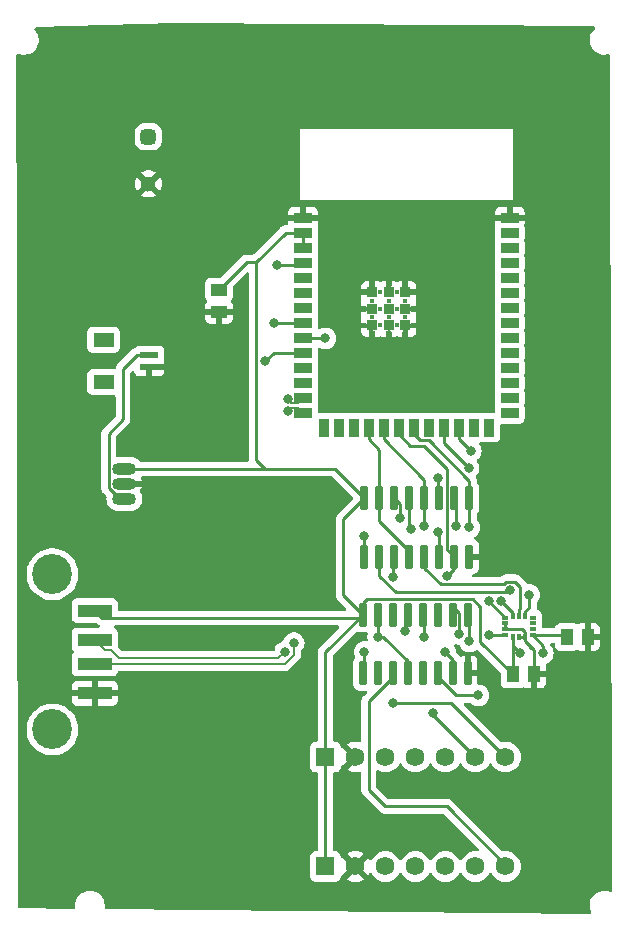
<source format=gtl>
G04 #@! TF.GenerationSoftware,KiCad,Pcbnew,7.0.10*
G04 #@! TF.CreationDate,2024-03-13T20:36:13-05:00*
G04 #@! TF.ProjectId,445_Left_Bicep,3434355f-4c65-4667-945f-42696365702e,rev?*
G04 #@! TF.SameCoordinates,Original*
G04 #@! TF.FileFunction,Copper,L1,Top*
G04 #@! TF.FilePolarity,Positive*
%FSLAX46Y46*%
G04 Gerber Fmt 4.6, Leading zero omitted, Abs format (unit mm)*
G04 Created by KiCad (PCBNEW 7.0.10) date 2024-03-13 20:36:13*
%MOMM*%
%LPD*%
G01*
G04 APERTURE LIST*
G04 Aperture macros list*
%AMRoundRect*
0 Rectangle with rounded corners*
0 $1 Rounding radius*
0 $2 $3 $4 $5 $6 $7 $8 $9 X,Y pos of 4 corners*
0 Add a 4 corners polygon primitive as box body*
4,1,4,$2,$3,$4,$5,$6,$7,$8,$9,$2,$3,0*
0 Add four circle primitives for the rounded corners*
1,1,$1+$1,$2,$3*
1,1,$1+$1,$4,$5*
1,1,$1+$1,$6,$7*
1,1,$1+$1,$8,$9*
0 Add four rect primitives between the rounded corners*
20,1,$1+$1,$2,$3,$4,$5,0*
20,1,$1+$1,$4,$5,$6,$7,0*
20,1,$1+$1,$6,$7,$8,$9,0*
20,1,$1+$1,$8,$9,$2,$3,0*%
G04 Aperture macros list end*
G04 #@! TA.AperFunction,SMDPad,CuDef*
%ADD10R,1.500000X0.900000*%
G04 #@! TD*
G04 #@! TA.AperFunction,SMDPad,CuDef*
%ADD11R,0.900000X1.500000*%
G04 #@! TD*
G04 #@! TA.AperFunction,SMDPad,CuDef*
%ADD12R,0.900000X0.900000*%
G04 #@! TD*
G04 #@! TA.AperFunction,ComponentPad*
%ADD13C,0.400000*%
G04 #@! TD*
G04 #@! TA.AperFunction,ComponentPad*
%ADD14R,1.590000X1.590000*%
G04 #@! TD*
G04 #@! TA.AperFunction,ComponentPad*
%ADD15C,1.590000*%
G04 #@! TD*
G04 #@! TA.AperFunction,SMDPad,CuDef*
%ADD16R,1.550000X0.600000*%
G04 #@! TD*
G04 #@! TA.AperFunction,SMDPad,CuDef*
%ADD17R,1.800000X1.200000*%
G04 #@! TD*
G04 #@! TA.AperFunction,SMDPad,CuDef*
%ADD18RoundRect,0.042000X0.258000X-0.943000X0.258000X0.943000X-0.258000X0.943000X-0.258000X-0.943000X0*%
G04 #@! TD*
G04 #@! TA.AperFunction,ComponentPad*
%ADD19O,2.032000X1.016000*%
G04 #@! TD*
G04 #@! TA.AperFunction,ComponentPad*
%ADD20RoundRect,0.325000X-0.325000X-0.325000X0.325000X-0.325000X0.325000X0.325000X-0.325000X0.325000X0*%
G04 #@! TD*
G04 #@! TA.AperFunction,ComponentPad*
%ADD21C,1.300000*%
G04 #@! TD*
G04 #@! TA.AperFunction,SMDPad,CuDef*
%ADD22R,2.880000X1.120000*%
G04 #@! TD*
G04 #@! TA.AperFunction,ComponentPad*
%ADD23C,3.376000*%
G04 #@! TD*
G04 #@! TA.AperFunction,SMDPad,CuDef*
%ADD24R,1.050000X1.380000*%
G04 #@! TD*
G04 #@! TA.AperFunction,SMDPad,CuDef*
%ADD25R,0.600000X0.350000*%
G04 #@! TD*
G04 #@! TA.AperFunction,SMDPad,CuDef*
%ADD26R,0.350000X0.600000*%
G04 #@! TD*
G04 #@! TA.AperFunction,SMDPad,CuDef*
%ADD27R,1.380000X1.010000*%
G04 #@! TD*
G04 #@! TA.AperFunction,ViaPad*
%ADD28C,0.800000*%
G04 #@! TD*
G04 #@! TA.AperFunction,Conductor*
%ADD29C,0.250000*%
G04 #@! TD*
G04 #@! TA.AperFunction,Conductor*
%ADD30C,0.200000*%
G04 #@! TD*
G04 APERTURE END LIST*
D10*
X128156000Y-74750000D03*
X128156000Y-76020000D03*
X128156000Y-77290000D03*
X128156000Y-78560000D03*
X128156000Y-79830000D03*
X128156000Y-81100000D03*
X128156000Y-82370000D03*
X128156000Y-83640000D03*
X128156000Y-84910000D03*
X128156000Y-86180000D03*
X128156000Y-87450000D03*
X128156000Y-88720000D03*
X128156000Y-89990000D03*
X128156000Y-91260000D03*
D11*
X129921000Y-92510000D03*
X131191000Y-92510000D03*
X132461000Y-92510000D03*
X133731000Y-92510000D03*
X135001000Y-92510000D03*
X136271000Y-92510000D03*
X137541000Y-92510000D03*
X138811000Y-92510000D03*
X140081000Y-92510000D03*
X141351000Y-92510000D03*
X142621000Y-92510000D03*
X143891000Y-92510000D03*
D10*
X145656000Y-91260000D03*
X145656000Y-89990000D03*
X145656000Y-88720000D03*
X145656000Y-87450000D03*
X145656000Y-86180000D03*
X145656000Y-84910000D03*
X145656000Y-83640000D03*
X145656000Y-82370000D03*
X145656000Y-81100000D03*
X145656000Y-79830000D03*
X145656000Y-78560000D03*
X145656000Y-77290000D03*
X145656000Y-76020000D03*
X145656000Y-74750000D03*
D12*
X135406000Y-82470000D03*
X134006000Y-82470000D03*
X136806000Y-82470000D03*
X134006000Y-83870000D03*
X135406000Y-83870000D03*
X136806000Y-83870000D03*
X134006000Y-81070000D03*
X135406000Y-81070000D03*
X136806000Y-81070000D03*
D13*
X135406000Y-81770000D03*
X134006000Y-81770000D03*
X136806000Y-81770000D03*
X134006000Y-83170000D03*
X135406000Y-83170000D03*
X136806000Y-83170000D03*
X134706000Y-81070000D03*
X136106000Y-81070000D03*
X134706000Y-82470000D03*
X136106000Y-82470000D03*
X134706000Y-83870000D03*
X136106000Y-83870000D03*
D14*
X130048000Y-129667000D03*
D15*
X132588000Y-129667000D03*
X135128000Y-129667000D03*
X137668000Y-129667000D03*
X140208000Y-129667000D03*
X142748000Y-129667000D03*
X145288000Y-129667000D03*
D16*
X115132000Y-86368000D03*
X115132000Y-87368000D03*
D17*
X111257000Y-85068000D03*
X111257000Y-88668000D03*
D18*
X133350000Y-103440000D03*
X134620000Y-103440000D03*
X135890000Y-103440000D03*
X137160000Y-103440000D03*
X138430000Y-103440000D03*
X139700000Y-103440000D03*
X140970000Y-103440000D03*
X142240000Y-103440000D03*
X142240000Y-98490000D03*
X140970000Y-98490000D03*
X139700000Y-98490000D03*
X138430000Y-98490000D03*
X137160000Y-98490000D03*
X135890000Y-98490000D03*
X134620000Y-98490000D03*
X133350000Y-98490000D03*
D19*
X113030000Y-96012000D03*
X113030000Y-97282000D03*
X113030000Y-98552000D03*
D14*
X130048000Y-120396000D03*
D15*
X132588000Y-120396000D03*
X135128000Y-120396000D03*
X137668000Y-120396000D03*
X140208000Y-120396000D03*
X142748000Y-120396000D03*
X145288000Y-120396000D03*
D20*
X115062000Y-67882000D03*
D21*
X115062000Y-71882000D03*
D22*
X110514000Y-108006000D03*
X110514000Y-110506000D03*
X110514000Y-112506000D03*
X110514000Y-115006000D03*
D23*
X106934000Y-104936000D03*
X106934000Y-118076000D03*
D24*
X150494000Y-110236000D03*
X152274000Y-110236000D03*
D25*
X145271000Y-108597000D03*
X145271000Y-109097000D03*
X145271000Y-109597000D03*
X145271000Y-110097000D03*
D26*
X145931000Y-110257000D03*
X146431000Y-110257000D03*
X146931000Y-110257000D03*
D25*
X147591000Y-110097000D03*
X147591000Y-109597000D03*
X147591000Y-109097000D03*
X147591000Y-108597000D03*
D26*
X146931000Y-108437000D03*
X146431000Y-108437000D03*
X145931000Y-108437000D03*
D24*
X147702000Y-113411000D03*
X145922000Y-113411000D03*
D27*
X121031000Y-80838000D03*
X121031000Y-82738000D03*
D18*
X133223000Y-113295000D03*
X134493000Y-113295000D03*
X135763000Y-113295000D03*
X137033000Y-113295000D03*
X138303000Y-113295000D03*
X139573000Y-113295000D03*
X140843000Y-113295000D03*
X142113000Y-113295000D03*
X142113000Y-108345000D03*
X140843000Y-108345000D03*
X139573000Y-108345000D03*
X138303000Y-108345000D03*
X137033000Y-108345000D03*
X135763000Y-108345000D03*
X134493000Y-108345000D03*
X133223000Y-108345000D03*
D28*
X148463000Y-111633000D03*
X146558000Y-111633000D03*
X138430000Y-100838000D03*
X138430000Y-110236000D03*
X142240000Y-100965000D03*
X142240000Y-110617000D03*
X140195305Y-111506000D03*
X140372000Y-105066000D03*
X142181153Y-95943847D03*
X134493000Y-110236000D03*
X125984000Y-78740000D03*
X125730000Y-83693000D03*
X137287000Y-101092000D03*
X141070000Y-100838000D03*
X139620000Y-101346000D03*
X139192000Y-116713000D03*
X135763000Y-115824000D03*
X135763000Y-105156000D03*
X127371232Y-110753768D03*
X126857660Y-91150000D03*
X126857660Y-90100000D03*
X126628768Y-111496232D03*
X124968000Y-86868000D03*
X136779000Y-109728000D03*
X141351000Y-109982000D03*
X143002000Y-115189000D03*
X136398000Y-100203000D03*
X143891000Y-107188000D03*
X130048000Y-84963000D03*
X143879000Y-110097000D03*
X144891003Y-107188000D03*
X139620000Y-96774000D03*
X147320000Y-106680000D03*
X145669000Y-106299000D03*
X133350000Y-111506000D03*
X133350000Y-101727000D03*
X142367000Y-94488000D03*
D29*
X126672000Y-76020000D02*
X124206000Y-78486000D01*
X113030000Y-96012000D02*
X124968000Y-96012000D01*
X133209000Y-108345000D02*
X133223000Y-108345000D01*
X148463000Y-111633000D02*
X148463000Y-110969000D01*
X145931000Y-113402000D02*
X145922000Y-113411000D01*
X131572000Y-106694000D02*
X133223000Y-108345000D01*
X110514000Y-108006000D02*
X111149000Y-108641000D01*
X132927000Y-108641000D02*
X133223000Y-108345000D01*
X130048000Y-111506000D02*
X133209000Y-108345000D01*
X130048000Y-120396000D02*
X130048000Y-129667000D01*
X128082000Y-75946000D02*
X128156000Y-76020000D01*
X111149000Y-108641000D02*
X132927000Y-108641000D01*
X143154000Y-110643000D02*
X145922000Y-113411000D01*
X123383000Y-78486000D02*
X121031000Y-80838000D01*
X124206000Y-78486000D02*
X124206000Y-95250000D01*
X143154000Y-107664820D02*
X143154000Y-110643000D01*
X150355000Y-110097000D02*
X150494000Y-110236000D01*
X130872000Y-96012000D02*
X133350000Y-98490000D01*
X145931000Y-110257000D02*
X145931000Y-111006000D01*
X133350000Y-98490000D02*
X131572000Y-100268000D01*
X128156000Y-76020000D02*
X128156000Y-77290000D01*
X148463000Y-110969000D02*
X147591000Y-110097000D01*
X145931000Y-111006000D02*
X146558000Y-111633000D01*
X131572000Y-100268000D02*
X131572000Y-106694000D01*
X130048000Y-120396000D02*
X130048000Y-111506000D01*
X147591000Y-110097000D02*
X150355000Y-110097000D01*
X133223000Y-108345000D02*
X133223000Y-107360001D01*
X124206000Y-95250000D02*
X124968000Y-96012000D01*
X128156000Y-76020000D02*
X126672000Y-76020000D01*
X124968000Y-96012000D02*
X130872000Y-96012000D01*
X145931000Y-110257000D02*
X145931000Y-113402000D01*
X133223000Y-107360001D02*
X133548001Y-107035000D01*
X142524180Y-107035000D02*
X143154000Y-107664820D01*
X124206000Y-78486000D02*
X123383000Y-78486000D01*
X133548001Y-107035000D02*
X142524180Y-107035000D01*
X146931000Y-110562000D02*
X147701000Y-111332000D01*
X145271000Y-109597000D02*
X146681000Y-109597000D01*
X146931000Y-110257000D02*
X146931000Y-110562000D01*
X147701000Y-111332000D02*
X147701000Y-113410000D01*
X145271000Y-109097000D02*
X145271000Y-109597000D01*
X147701000Y-113410000D02*
X147702000Y-113411000D01*
X146681000Y-109597000D02*
X146931000Y-109847000D01*
X146431000Y-110257000D02*
X146931000Y-110257000D01*
X146931000Y-109847000D02*
X146931000Y-110257000D01*
X135001000Y-93510000D02*
X138430000Y-96939000D01*
X138430000Y-96939000D02*
X138430000Y-98490000D01*
X135001000Y-92510000D02*
X135001000Y-93510000D01*
X138430000Y-108472000D02*
X138303000Y-108345000D01*
X138430000Y-98490000D02*
X138430000Y-100838000D01*
X138430000Y-110236000D02*
X138430000Y-108472000D01*
X138036000Y-93585000D02*
X138797000Y-93585000D01*
X138797000Y-93585000D02*
X142240000Y-97028000D01*
X137541000Y-92510000D02*
X137541000Y-93090000D01*
X142240000Y-98490000D02*
X142240000Y-100965000D01*
X142240000Y-108472000D02*
X142113000Y-108345000D01*
X142240000Y-110617000D02*
X142240000Y-108472000D01*
X137541000Y-93090000D02*
X138036000Y-93585000D01*
X142240000Y-97028000D02*
X142240000Y-98490000D01*
X140843000Y-112153695D02*
X140843000Y-113295000D01*
X140970000Y-103440000D02*
X140970000Y-104468000D01*
X136271000Y-92510000D02*
X136271000Y-93090000D01*
X138358000Y-94035000D02*
X140345000Y-96022000D01*
X136271000Y-93090000D02*
X137216000Y-94035000D01*
X140345000Y-102815000D02*
X140970000Y-103440000D01*
X140345000Y-96022000D02*
X140345000Y-102815000D01*
X140195305Y-111506000D02*
X140843000Y-112153695D01*
X140970000Y-104468000D02*
X140372000Y-105066000D01*
X137216000Y-94035000D02*
X138358000Y-94035000D01*
X134493000Y-110236000D02*
X134958999Y-110236000D01*
X142181153Y-95943847D02*
X140081000Y-93843694D01*
X140081000Y-93843694D02*
X140081000Y-92510000D01*
X134493000Y-108345000D02*
X134493000Y-110236000D01*
X134958999Y-110236000D02*
X137033000Y-112310001D01*
X137033000Y-112310001D02*
X137033000Y-113295000D01*
X137160000Y-102988820D02*
X137160000Y-103440000D01*
X134620000Y-100448820D02*
X137160000Y-102988820D01*
X134620000Y-94399000D02*
X134620000Y-98490000D01*
X133731000Y-92510000D02*
X133731000Y-93510000D01*
X134620000Y-98490000D02*
X134620000Y-100448820D01*
X133731000Y-93510000D02*
X134620000Y-94399000D01*
X127976000Y-78740000D02*
X128156000Y-78560000D01*
X125984000Y-78740000D02*
X127976000Y-78740000D01*
X128103000Y-83693000D02*
X128156000Y-83640000D01*
X125730000Y-83693000D02*
X128103000Y-83693000D01*
X137287000Y-101092000D02*
X137160000Y-100965000D01*
X137160000Y-100965000D02*
X137160000Y-98490000D01*
X141070000Y-98590000D02*
X140970000Y-98490000D01*
X141070000Y-100838000D02*
X141070000Y-98590000D01*
X142748000Y-120396000D02*
X139192000Y-116840000D01*
X139192000Y-116840000D02*
X139192000Y-116713000D01*
X139620000Y-101346000D02*
X139700000Y-101426000D01*
X139700000Y-101426000D02*
X139700000Y-103440000D01*
X145288000Y-120396000D02*
X140716000Y-115824000D01*
X135763000Y-105156000D02*
X135763000Y-103567000D01*
X135763000Y-103567000D02*
X135890000Y-103440000D01*
X140716000Y-115824000D02*
X135763000Y-115824000D01*
D30*
X127371232Y-110753768D02*
X127371232Y-111743718D01*
X127746001Y-90850001D02*
X127157659Y-90850001D01*
X128156000Y-91260000D02*
X127746001Y-90850001D01*
X127157659Y-90850001D02*
X126857660Y-91150000D01*
X127371232Y-111743718D02*
X126608950Y-112506000D01*
X126608950Y-112506000D02*
X110514000Y-112506000D01*
X112563999Y-112055999D02*
X111887000Y-111379000D01*
X127746001Y-90399999D02*
X127157659Y-90399999D01*
X127157659Y-90399999D02*
X126857660Y-90100000D01*
X127849000Y-90297000D02*
X128156000Y-89990000D01*
X128156000Y-89990000D02*
X127746001Y-90399999D01*
X111387000Y-111379000D02*
X110514000Y-110506000D01*
X126628768Y-111496232D02*
X126069001Y-112055999D01*
X126069001Y-112055999D02*
X112563999Y-112055999D01*
X111887000Y-111379000D02*
X111387000Y-111379000D01*
D29*
X125656000Y-86180000D02*
X128156000Y-86180000D01*
X124968000Y-86868000D02*
X125656000Y-86180000D01*
X135128000Y-129413000D02*
X135001000Y-129286000D01*
X136779000Y-109728000D02*
X136779000Y-107964000D01*
X136779000Y-107964000D02*
X137033000Y-107710000D01*
X141351000Y-109982000D02*
X141351000Y-108218000D01*
X141351000Y-108218000D02*
X140843000Y-107710000D01*
X139573000Y-113644999D02*
X139573000Y-112660000D01*
X141117001Y-115189000D02*
X139573000Y-113644999D01*
X143002000Y-115189000D02*
X141117001Y-115189000D01*
X145288000Y-129540000D02*
X140335000Y-124587000D01*
X135763000Y-113644999D02*
X135763000Y-112660000D01*
X133708000Y-123167000D02*
X133708000Y-115699999D01*
X135128000Y-124587000D02*
X133708000Y-123167000D01*
X140335000Y-124587000D02*
X135128000Y-124587000D01*
X133708000Y-115699999D02*
X135763000Y-113644999D01*
X145288000Y-129667000D02*
X145288000Y-129540000D01*
X136398000Y-100203000D02*
X136398000Y-98998000D01*
X143891000Y-107188000D02*
X143891000Y-107217000D01*
X143891000Y-107217000D02*
X145271000Y-108597000D01*
X136398000Y-98998000D02*
X135890000Y-98490000D01*
X129995000Y-84910000D02*
X130048000Y-84963000D01*
X128156000Y-84910000D02*
X129995000Y-84910000D01*
X143879000Y-110097000D02*
X145271000Y-110097000D01*
X139620000Y-96774000D02*
X139620000Y-98410000D01*
X139620000Y-98410000D02*
X139700000Y-98490000D01*
X145931000Y-108227997D02*
X145931000Y-108437000D01*
X144891003Y-107188000D02*
X145931000Y-108227997D01*
X145151695Y-105791000D02*
X145368695Y-105574000D01*
X146431000Y-107950000D02*
X146431000Y-108437000D01*
X146088396Y-105574000D02*
X146558000Y-106043604D01*
X139796001Y-105791000D02*
X145151695Y-105791000D01*
X146558000Y-107823000D02*
X146431000Y-107950000D01*
X146558000Y-106043604D02*
X146558000Y-107823000D01*
X138430000Y-104424999D02*
X139796001Y-105791000D01*
X145368695Y-105574000D02*
X146088396Y-105574000D01*
X138430000Y-103440000D02*
X138430000Y-104424999D01*
X146931000Y-108132000D02*
X146931000Y-108437000D01*
X136007695Y-106426000D02*
X145542000Y-106426000D01*
X147320000Y-107743000D02*
X146931000Y-108132000D01*
X147320000Y-106680000D02*
X147320000Y-107743000D01*
X134620000Y-105038305D02*
X136007695Y-106426000D01*
X134620000Y-103440000D02*
X134620000Y-105038305D01*
X145542000Y-106426000D02*
X145669000Y-106299000D01*
X133350000Y-111506000D02*
X133350000Y-113168000D01*
X141351000Y-93472000D02*
X141351000Y-92510000D01*
X142367000Y-94488000D02*
X141351000Y-93472000D01*
X133350000Y-113168000D02*
X133223000Y-113295000D01*
X133350000Y-103440000D02*
X133350000Y-101727000D01*
X112613960Y-98552000D02*
X111689000Y-97627040D01*
X113030000Y-98552000D02*
X112613960Y-98552000D01*
X112903000Y-87572000D02*
X114107000Y-86368000D01*
X112903000Y-91821000D02*
X112903000Y-87572000D01*
X111689000Y-93035000D02*
X112903000Y-91821000D01*
X114107000Y-86368000D02*
X115132000Y-86368000D01*
X111689000Y-97627040D02*
X111689000Y-93035000D01*
G04 #@! TA.AperFunction,Conductor*
G36*
X132083906Y-120575155D02*
G01*
X132150935Y-120704514D01*
X132250379Y-120810992D01*
X132374862Y-120886692D01*
X132434225Y-120903325D01*
X131866116Y-121471435D01*
X131866116Y-121471436D01*
X131938025Y-121521786D01*
X131938027Y-121521787D01*
X132143390Y-121617549D01*
X132143399Y-121617553D01*
X132362261Y-121676196D01*
X132362272Y-121676198D01*
X132587998Y-121695947D01*
X132588002Y-121695947D01*
X132813727Y-121676198D01*
X132813734Y-121676197D01*
X132926406Y-121646006D01*
X132996255Y-121647669D01*
X133054118Y-121686831D01*
X133081623Y-121751059D01*
X133082500Y-121765781D01*
X133082500Y-123084255D01*
X133080775Y-123099872D01*
X133081061Y-123099899D01*
X133080326Y-123107665D01*
X133082439Y-123174872D01*
X133082500Y-123178767D01*
X133082500Y-123206357D01*
X133083003Y-123210335D01*
X133083918Y-123221967D01*
X133085290Y-123265624D01*
X133085291Y-123265627D01*
X133090880Y-123284867D01*
X133094824Y-123303911D01*
X133097336Y-123323792D01*
X133113414Y-123364403D01*
X133117197Y-123375452D01*
X133129381Y-123417388D01*
X133139580Y-123434634D01*
X133148138Y-123452103D01*
X133155514Y-123470732D01*
X133181181Y-123506060D01*
X133187593Y-123515821D01*
X133209828Y-123553417D01*
X133209833Y-123553424D01*
X133223990Y-123567580D01*
X133236628Y-123582376D01*
X133248405Y-123598586D01*
X133248406Y-123598587D01*
X133282057Y-123626425D01*
X133290698Y-123634288D01*
X134627197Y-124970788D01*
X134637022Y-124983051D01*
X134637243Y-124982869D01*
X134642211Y-124988874D01*
X134691222Y-125034899D01*
X134694021Y-125037612D01*
X134713522Y-125057114D01*
X134713526Y-125057117D01*
X134713529Y-125057120D01*
X134716702Y-125059581D01*
X134725574Y-125067159D01*
X134757418Y-125097062D01*
X134774976Y-125106714D01*
X134791235Y-125117395D01*
X134807064Y-125129673D01*
X134847155Y-125147021D01*
X134857626Y-125152151D01*
X134880180Y-125164550D01*
X134895902Y-125173194D01*
X134895904Y-125173195D01*
X134895908Y-125173197D01*
X134915316Y-125178180D01*
X134933719Y-125184481D01*
X134952101Y-125192436D01*
X134952102Y-125192436D01*
X134952104Y-125192437D01*
X134995250Y-125199270D01*
X135006672Y-125201636D01*
X135048981Y-125212500D01*
X135069016Y-125212500D01*
X135088414Y-125214026D01*
X135108194Y-125217159D01*
X135108195Y-125217160D01*
X135108195Y-125217159D01*
X135108196Y-125217160D01*
X135151675Y-125213050D01*
X135163344Y-125212500D01*
X140024548Y-125212500D01*
X140091587Y-125232185D01*
X140112229Y-125248819D01*
X143035268Y-128171858D01*
X143068753Y-128233181D01*
X143063769Y-128302873D01*
X143021897Y-128358806D01*
X142956433Y-128383223D01*
X142936780Y-128383067D01*
X142748002Y-128366551D01*
X142747999Y-128366551D01*
X142522183Y-128386307D01*
X142522173Y-128386309D01*
X142303227Y-128444975D01*
X142303220Y-128444977D01*
X142303220Y-128444978D01*
X142302208Y-128445450D01*
X142097777Y-128540777D01*
X142097775Y-128540778D01*
X141912084Y-128670799D01*
X141751799Y-128831084D01*
X141621778Y-129016775D01*
X141621777Y-129016777D01*
X141590382Y-129084105D01*
X141544209Y-129136544D01*
X141477016Y-129155696D01*
X141410135Y-129135480D01*
X141365618Y-129084105D01*
X141334222Y-129016777D01*
X141334221Y-129016775D01*
X141334220Y-129016774D01*
X141204202Y-128831087D01*
X141043913Y-128670798D01*
X141043909Y-128670795D01*
X141043908Y-128670794D01*
X140858229Y-128540780D01*
X140858221Y-128540776D01*
X140652786Y-128444980D01*
X140652772Y-128444975D01*
X140433826Y-128386309D01*
X140433816Y-128386307D01*
X140208001Y-128366551D01*
X140207999Y-128366551D01*
X139982183Y-128386307D01*
X139982173Y-128386309D01*
X139763227Y-128444975D01*
X139763220Y-128444977D01*
X139763220Y-128444978D01*
X139762208Y-128445450D01*
X139557777Y-128540777D01*
X139557775Y-128540778D01*
X139372084Y-128670799D01*
X139211799Y-128831084D01*
X139081778Y-129016775D01*
X139081777Y-129016777D01*
X139050382Y-129084105D01*
X139004209Y-129136544D01*
X138937016Y-129155696D01*
X138870135Y-129135480D01*
X138825618Y-129084105D01*
X138794222Y-129016777D01*
X138794221Y-129016775D01*
X138794220Y-129016774D01*
X138664202Y-128831087D01*
X138503913Y-128670798D01*
X138503909Y-128670795D01*
X138503908Y-128670794D01*
X138318229Y-128540780D01*
X138318221Y-128540776D01*
X138112786Y-128444980D01*
X138112772Y-128444975D01*
X137893826Y-128386309D01*
X137893816Y-128386307D01*
X137668001Y-128366551D01*
X137667999Y-128366551D01*
X137442183Y-128386307D01*
X137442173Y-128386309D01*
X137223227Y-128444975D01*
X137223220Y-128444977D01*
X137223220Y-128444978D01*
X137222208Y-128445450D01*
X137017777Y-128540777D01*
X137017775Y-128540778D01*
X136832084Y-128670799D01*
X136671799Y-128831084D01*
X136541778Y-129016775D01*
X136541777Y-129016777D01*
X136510382Y-129084105D01*
X136464209Y-129136544D01*
X136397016Y-129155696D01*
X136330135Y-129135480D01*
X136285618Y-129084105D01*
X136254222Y-129016777D01*
X136254221Y-129016775D01*
X136254220Y-129016774D01*
X136124202Y-128831087D01*
X135963913Y-128670798D01*
X135963909Y-128670795D01*
X135963908Y-128670794D01*
X135778229Y-128540780D01*
X135778221Y-128540776D01*
X135572786Y-128444980D01*
X135572772Y-128444975D01*
X135353826Y-128386309D01*
X135353816Y-128386307D01*
X135128001Y-128366551D01*
X135127999Y-128366551D01*
X134902183Y-128386307D01*
X134902173Y-128386309D01*
X134683227Y-128444975D01*
X134683220Y-128444977D01*
X134683220Y-128444978D01*
X134682208Y-128445450D01*
X134477777Y-128540777D01*
X134477775Y-128540778D01*
X134292084Y-128670799D01*
X134131799Y-128831084D01*
X134001779Y-129016774D01*
X133970106Y-129084697D01*
X133923933Y-129137136D01*
X133856739Y-129156287D01*
X133789858Y-129136071D01*
X133745342Y-129084696D01*
X133713787Y-129017027D01*
X133713785Y-129017023D01*
X133663435Y-128945117D01*
X133097016Y-129511535D01*
X133092094Y-129487845D01*
X133025065Y-129358486D01*
X132925621Y-129252008D01*
X132801138Y-129176308D01*
X132741772Y-129159674D01*
X133309882Y-128591564D01*
X133309881Y-128591563D01*
X133237974Y-128541213D01*
X133237972Y-128541212D01*
X133032609Y-128445450D01*
X133032600Y-128445446D01*
X132813738Y-128386803D01*
X132813727Y-128386801D01*
X132588002Y-128367053D01*
X132587998Y-128367053D01*
X132362272Y-128386801D01*
X132362261Y-128386803D01*
X132143399Y-128445446D01*
X132143390Y-128445450D01*
X131938027Y-128541212D01*
X131938025Y-128541213D01*
X131866117Y-128591563D01*
X131866117Y-128591564D01*
X132431634Y-129157080D01*
X132310031Y-129209900D01*
X132197015Y-129301846D01*
X132112997Y-129420873D01*
X132080305Y-129512858D01*
X131512563Y-128945116D01*
X131478305Y-128948114D01*
X131409805Y-128934347D01*
X131359623Y-128885731D01*
X131344242Y-128827405D01*
X131343900Y-128827423D01*
X131343854Y-128827429D01*
X131343853Y-128827426D01*
X131343676Y-128827436D01*
X131343529Y-128824702D01*
X131343499Y-128824586D01*
X131343499Y-128824129D01*
X131343498Y-128824123D01*
X131343497Y-128824116D01*
X131337091Y-128764517D01*
X131302136Y-128670799D01*
X131286797Y-128629671D01*
X131286793Y-128629664D01*
X131200547Y-128514455D01*
X131200544Y-128514452D01*
X131085335Y-128428206D01*
X131085328Y-128428202D01*
X130950482Y-128377908D01*
X130950483Y-128377908D01*
X130890883Y-128371501D01*
X130890881Y-128371500D01*
X130890873Y-128371500D01*
X130890865Y-128371500D01*
X130797500Y-128371500D01*
X130730461Y-128351815D01*
X130684706Y-128299011D01*
X130673500Y-128247500D01*
X130673500Y-121815499D01*
X130693185Y-121748460D01*
X130745989Y-121702705D01*
X130797500Y-121691499D01*
X130890871Y-121691499D01*
X130890872Y-121691499D01*
X130950483Y-121685091D01*
X131085331Y-121634796D01*
X131200546Y-121548546D01*
X131286796Y-121433331D01*
X131337091Y-121298483D01*
X131343500Y-121238873D01*
X131343499Y-121238441D01*
X131343527Y-121238347D01*
X131343678Y-121235547D01*
X131344338Y-121235582D01*
X131363166Y-121171400D01*
X131415958Y-121125631D01*
X131478308Y-121114884D01*
X131512564Y-121117881D01*
X132078982Y-120551463D01*
X132083906Y-120575155D01*
G37*
G04 #@! TD.AperFunction*
G04 #@! TA.AperFunction,Conductor*
G36*
X132753376Y-109787727D02*
G01*
X132755481Y-109788534D01*
X132835348Y-109820030D01*
X132893470Y-109827010D01*
X132922531Y-109830500D01*
X133507242Y-109830500D01*
X133574281Y-109850185D01*
X133620036Y-109902989D01*
X133629980Y-109972147D01*
X133625174Y-109992811D01*
X133616068Y-110020838D01*
X133607326Y-110047742D01*
X133587540Y-110236000D01*
X133607326Y-110424258D01*
X133616285Y-110451830D01*
X133618279Y-110521671D01*
X133582197Y-110581503D01*
X133519495Y-110612330D01*
X133472573Y-110611436D01*
X133444646Y-110605500D01*
X133255354Y-110605500D01*
X133227427Y-110611436D01*
X133070197Y-110644855D01*
X133070192Y-110644857D01*
X132897270Y-110721848D01*
X132897265Y-110721851D01*
X132744129Y-110833111D01*
X132617466Y-110973785D01*
X132522821Y-111137715D01*
X132522818Y-111137722D01*
X132464327Y-111317740D01*
X132464326Y-111317744D01*
X132444540Y-111506000D01*
X132464326Y-111694256D01*
X132464327Y-111694259D01*
X132522821Y-111874285D01*
X132535074Y-111895508D01*
X132551547Y-111963408D01*
X132528694Y-112029435D01*
X132526492Y-112032431D01*
X132487680Y-112083614D01*
X132487677Y-112083619D01*
X132432971Y-112222342D01*
X132432969Y-112222350D01*
X132422500Y-112309531D01*
X132422500Y-114280468D01*
X132432969Y-114367649D01*
X132432971Y-114367657D01*
X132487677Y-114506380D01*
X132487680Y-114506386D01*
X132516469Y-114544350D01*
X132577788Y-114625212D01*
X132696616Y-114715321D01*
X132696619Y-114715322D01*
X132835342Y-114770028D01*
X132835344Y-114770028D01*
X132835348Y-114770030D01*
X132893470Y-114777010D01*
X132922531Y-114780500D01*
X133443545Y-114780500D01*
X133510584Y-114800185D01*
X133556339Y-114852989D01*
X133566283Y-114922147D01*
X133537258Y-114985703D01*
X133531226Y-114992181D01*
X133324208Y-115199198D01*
X133311951Y-115209019D01*
X133312134Y-115209240D01*
X133306122Y-115214213D01*
X133260098Y-115263222D01*
X133257391Y-115266015D01*
X133237889Y-115285516D01*
X133237875Y-115285533D01*
X133235407Y-115288714D01*
X133227843Y-115297569D01*
X133197937Y-115329417D01*
X133197936Y-115329419D01*
X133188284Y-115346975D01*
X133177610Y-115363225D01*
X133165329Y-115379060D01*
X133165324Y-115379067D01*
X133147975Y-115419157D01*
X133142838Y-115429643D01*
X133121803Y-115467905D01*
X133116822Y-115487306D01*
X133110521Y-115505709D01*
X133102562Y-115524101D01*
X133102561Y-115524104D01*
X133095728Y-115567242D01*
X133093360Y-115578673D01*
X133082501Y-115620970D01*
X133082500Y-115620981D01*
X133082500Y-115641015D01*
X133080973Y-115660414D01*
X133077840Y-115680193D01*
X133077840Y-115680194D01*
X133081950Y-115723673D01*
X133082500Y-115735342D01*
X133082500Y-119026217D01*
X133062815Y-119093256D01*
X133010011Y-119139011D01*
X132940853Y-119148955D01*
X132926407Y-119145992D01*
X132813738Y-119115803D01*
X132813727Y-119115801D01*
X132588002Y-119096053D01*
X132587998Y-119096053D01*
X132362272Y-119115801D01*
X132362261Y-119115803D01*
X132143399Y-119174446D01*
X132143390Y-119174450D01*
X131938027Y-119270212D01*
X131938025Y-119270213D01*
X131866117Y-119320563D01*
X131866117Y-119320564D01*
X132431633Y-119886080D01*
X132310031Y-119938900D01*
X132197015Y-120030846D01*
X132112997Y-120149873D01*
X132080305Y-120241858D01*
X131512563Y-119674116D01*
X131478305Y-119677114D01*
X131409805Y-119663347D01*
X131359623Y-119614731D01*
X131344242Y-119556405D01*
X131343900Y-119556423D01*
X131343854Y-119556429D01*
X131343853Y-119556426D01*
X131343676Y-119556436D01*
X131343529Y-119553702D01*
X131343499Y-119553586D01*
X131343499Y-119553129D01*
X131343498Y-119553123D01*
X131343497Y-119553116D01*
X131337091Y-119493517D01*
X131324725Y-119460363D01*
X131286797Y-119358671D01*
X131286793Y-119358664D01*
X131200547Y-119243455D01*
X131200544Y-119243452D01*
X131085335Y-119157206D01*
X131085328Y-119157202D01*
X130950482Y-119106908D01*
X130950483Y-119106908D01*
X130890883Y-119100501D01*
X130890881Y-119100500D01*
X130890873Y-119100500D01*
X130890865Y-119100500D01*
X130797500Y-119100500D01*
X130730461Y-119080815D01*
X130684706Y-119028011D01*
X130673500Y-118976500D01*
X130673500Y-111816452D01*
X130693185Y-111749413D01*
X130709819Y-111728771D01*
X131666090Y-110772500D01*
X132622363Y-109816226D01*
X132683684Y-109782743D01*
X132753376Y-109787727D01*
G37*
G04 #@! TD.AperFunction*
G04 #@! TA.AperFunction,Conductor*
G36*
X147545458Y-110943151D02*
G01*
X147573713Y-110964303D01*
X147655766Y-111046356D01*
X147689251Y-111107679D01*
X147684267Y-111177371D01*
X147675472Y-111196037D01*
X147635821Y-111264714D01*
X147628431Y-111287459D01*
X147588993Y-111345135D01*
X147524635Y-111372333D01*
X147455789Y-111360418D01*
X147404313Y-111313174D01*
X147392569Y-111287459D01*
X147385181Y-111264722D01*
X147385180Y-111264721D01*
X147385179Y-111264716D01*
X147322443Y-111156055D01*
X147305971Y-111088156D01*
X147328824Y-111022129D01*
X147355520Y-110994789D01*
X147411721Y-110952717D01*
X147477185Y-110928300D01*
X147545458Y-110943151D01*
G37*
G04 #@! TD.AperFunction*
G04 #@! TA.AperFunction,Conductor*
G36*
X152752878Y-58537171D02*
G01*
X152819775Y-58557316D01*
X152865165Y-58610435D01*
X152874631Y-58679660D01*
X152845169Y-58743014D01*
X152841645Y-58746858D01*
X152688369Y-58907173D01*
X152564363Y-59095033D01*
X152475899Y-59302004D01*
X152475895Y-59302017D01*
X152425810Y-59521457D01*
X152425808Y-59521468D01*
X152418217Y-59690500D01*
X152415710Y-59746330D01*
X152445925Y-59969387D01*
X152445926Y-59969390D01*
X152515483Y-60183465D01*
X152622146Y-60381678D01*
X152622148Y-60381681D01*
X152762489Y-60557663D01*
X152762491Y-60557664D01*
X152762492Y-60557666D01*
X152932004Y-60705765D01*
X153125236Y-60821215D01*
X153309491Y-60890367D01*
X153335976Y-60900307D01*
X153557450Y-60940500D01*
X153557453Y-60940500D01*
X153726148Y-60940500D01*
X153726155Y-60940500D01*
X153894188Y-60925377D01*
X154025169Y-60889228D01*
X154095028Y-60890367D01*
X154153182Y-60929096D01*
X154181166Y-60993116D01*
X154182157Y-61008550D01*
X154301553Y-131691165D01*
X154281982Y-131758237D01*
X154229255Y-131804081D01*
X154160113Y-131814141D01*
X154133982Y-131807467D01*
X154004023Y-131758692D01*
X153782550Y-131718500D01*
X153782547Y-131718500D01*
X153613845Y-131718500D01*
X153575399Y-131721960D01*
X153445813Y-131733622D01*
X153445807Y-131733623D01*
X153228839Y-131793503D01*
X153228826Y-131793508D01*
X153026033Y-131891167D01*
X153026025Y-131891171D01*
X152843927Y-132023473D01*
X152843925Y-132023474D01*
X152688366Y-132186176D01*
X152564363Y-132374033D01*
X152475899Y-132581004D01*
X152475895Y-132581017D01*
X152425810Y-132800457D01*
X152425808Y-132800468D01*
X152415710Y-133025325D01*
X152415710Y-133025330D01*
X152445925Y-133248387D01*
X152445926Y-133248390D01*
X152515483Y-133462465D01*
X152551512Y-133529417D01*
X152565946Y-133597780D01*
X152541129Y-133663093D01*
X152484940Y-133704622D01*
X152441066Y-133712171D01*
X111470728Y-133298330D01*
X111403890Y-133277969D01*
X111358671Y-133224706D01*
X111349427Y-133155450D01*
X111351085Y-133146763D01*
X111353191Y-133137537D01*
X111363290Y-132912670D01*
X111333075Y-132689613D01*
X111263517Y-132475536D01*
X111156852Y-132277319D01*
X111016508Y-132101334D01*
X110846996Y-131953235D01*
X110653764Y-131837785D01*
X110535775Y-131793503D01*
X110443023Y-131758692D01*
X110221550Y-131718500D01*
X110221547Y-131718500D01*
X110052845Y-131718500D01*
X110014399Y-131721960D01*
X109884813Y-131733622D01*
X109884807Y-131733623D01*
X109667839Y-131793503D01*
X109667826Y-131793508D01*
X109465033Y-131891167D01*
X109465025Y-131891171D01*
X109282927Y-132023473D01*
X109282925Y-132023474D01*
X109127366Y-132186176D01*
X109003363Y-132374033D01*
X108914899Y-132581004D01*
X108914895Y-132581017D01*
X108864810Y-132800457D01*
X108864808Y-132800468D01*
X108854710Y-133025325D01*
X108854710Y-133025330D01*
X108868909Y-133130156D01*
X108858402Y-133199230D01*
X108812218Y-133251659D01*
X108745020Y-133270796D01*
X108744780Y-133270794D01*
X104135514Y-133224237D01*
X104068676Y-133203876D01*
X104023457Y-133150613D01*
X104012766Y-133100481D01*
X103984148Y-118076000D01*
X104740386Y-118076000D01*
X104760816Y-118374697D01*
X104760817Y-118374699D01*
X104821727Y-118667818D01*
X104821732Y-118667835D01*
X104900221Y-118888681D01*
X104921992Y-118949938D01*
X105059734Y-119215767D01*
X105232389Y-119460363D01*
X105436742Y-119679172D01*
X105668986Y-119868117D01*
X105668988Y-119868118D01*
X105668989Y-119868119D01*
X105924796Y-120023678D01*
X106071697Y-120087486D01*
X106199403Y-120142957D01*
X106487696Y-120223733D01*
X106748460Y-120259573D01*
X106784301Y-120264500D01*
X106784302Y-120264500D01*
X107083699Y-120264500D01*
X107115675Y-120260104D01*
X107380304Y-120223733D01*
X107668597Y-120142957D01*
X107915104Y-120035883D01*
X107943203Y-120023678D01*
X107943205Y-120023677D01*
X108199014Y-119868117D01*
X108431258Y-119679172D01*
X108635611Y-119460363D01*
X108808266Y-119215767D01*
X108946008Y-118949938D01*
X109046269Y-118667830D01*
X109046270Y-118667823D01*
X109046272Y-118667818D01*
X109074548Y-118531743D01*
X109107183Y-118374697D01*
X109127614Y-118076000D01*
X109107183Y-117777303D01*
X109064966Y-117574144D01*
X109046272Y-117484181D01*
X109046267Y-117484164D01*
X108946008Y-117202063D01*
X108946008Y-117202062D01*
X108808266Y-116936233D01*
X108635611Y-116691637D01*
X108431258Y-116472828D01*
X108431251Y-116472823D01*
X108431250Y-116472821D01*
X108199010Y-116283880D01*
X107943203Y-116128321D01*
X107668600Y-116009044D01*
X107668598Y-116009043D01*
X107668597Y-116009043D01*
X107540497Y-115973151D01*
X107380309Y-115928268D01*
X107380305Y-115928267D01*
X107380304Y-115928267D01*
X107232001Y-115907883D01*
X107083699Y-115887500D01*
X107083698Y-115887500D01*
X106784302Y-115887500D01*
X106784301Y-115887500D01*
X106487696Y-115928267D01*
X106487690Y-115928268D01*
X106199399Y-116009044D01*
X105924796Y-116128321D01*
X105668989Y-116283880D01*
X105436749Y-116472821D01*
X105436743Y-116472826D01*
X105436742Y-116472828D01*
X105232389Y-116691637D01*
X105209192Y-116724500D01*
X105059734Y-116936232D01*
X104921991Y-117202063D01*
X104821732Y-117484164D01*
X104821727Y-117484181D01*
X104760817Y-117777300D01*
X104760816Y-117777302D01*
X104740386Y-118076000D01*
X103984148Y-118076000D01*
X103978777Y-115256000D01*
X108574000Y-115256000D01*
X108574000Y-115613844D01*
X108580401Y-115673372D01*
X108580403Y-115673379D01*
X108630645Y-115808086D01*
X108630649Y-115808093D01*
X108716809Y-115923187D01*
X108716812Y-115923190D01*
X108831906Y-116009350D01*
X108831913Y-116009354D01*
X108966620Y-116059596D01*
X108966627Y-116059598D01*
X109026155Y-116065999D01*
X109026172Y-116066000D01*
X110264000Y-116066000D01*
X110264000Y-115256000D01*
X110764000Y-115256000D01*
X110764000Y-116066000D01*
X112001828Y-116066000D01*
X112001844Y-116065999D01*
X112061372Y-116059598D01*
X112061379Y-116059596D01*
X112196086Y-116009354D01*
X112196093Y-116009350D01*
X112311187Y-115923190D01*
X112311190Y-115923187D01*
X112397350Y-115808093D01*
X112397354Y-115808086D01*
X112447596Y-115673379D01*
X112447598Y-115673372D01*
X112453999Y-115613844D01*
X112454000Y-115613827D01*
X112454000Y-115256000D01*
X110764000Y-115256000D01*
X110264000Y-115256000D01*
X108574000Y-115256000D01*
X103978777Y-115256000D01*
X103977825Y-114756000D01*
X108574000Y-114756000D01*
X110264000Y-114756000D01*
X110264000Y-113946000D01*
X110764000Y-113946000D01*
X110764000Y-114756000D01*
X112454000Y-114756000D01*
X112454000Y-114398172D01*
X112453999Y-114398155D01*
X112447598Y-114338627D01*
X112447596Y-114338620D01*
X112397354Y-114203913D01*
X112397350Y-114203906D01*
X112311190Y-114088812D01*
X112311187Y-114088809D01*
X112196093Y-114002649D01*
X112196086Y-114002645D01*
X112061379Y-113952403D01*
X112061372Y-113952401D01*
X112001844Y-113946000D01*
X110764000Y-113946000D01*
X110264000Y-113946000D01*
X109026155Y-113946000D01*
X108966627Y-113952401D01*
X108966620Y-113952403D01*
X108831913Y-114002645D01*
X108831906Y-114002649D01*
X108716812Y-114088809D01*
X108716809Y-114088812D01*
X108630649Y-114203906D01*
X108630645Y-114203913D01*
X108580403Y-114338620D01*
X108580401Y-114338627D01*
X108574000Y-114398155D01*
X108574000Y-114756000D01*
X103977825Y-114756000D01*
X103974697Y-113113870D01*
X108573500Y-113113870D01*
X108573501Y-113113876D01*
X108579908Y-113173483D01*
X108630202Y-113308328D01*
X108630206Y-113308335D01*
X108716452Y-113423544D01*
X108716455Y-113423547D01*
X108831664Y-113509793D01*
X108831671Y-113509797D01*
X108966517Y-113560091D01*
X108966516Y-113560091D01*
X108973444Y-113560835D01*
X109026127Y-113566500D01*
X112001872Y-113566499D01*
X112061483Y-113560091D01*
X112196331Y-113509796D01*
X112311546Y-113423546D01*
X112397796Y-113308331D01*
X112442987Y-113187166D01*
X112484858Y-113131234D01*
X112550322Y-113106816D01*
X112559169Y-113106500D01*
X126561463Y-113106500D01*
X126577647Y-113107560D01*
X126608950Y-113111682D01*
X126608951Y-113111682D01*
X126661204Y-113104802D01*
X126765712Y-113091044D01*
X126911791Y-113030536D01*
X126985387Y-112974064D01*
X127037232Y-112934282D01*
X127056459Y-112909223D01*
X127067140Y-112897043D01*
X127762275Y-112201908D01*
X127774455Y-112191227D01*
X127799514Y-112172000D01*
X127895768Y-112046559D01*
X127956276Y-111900480D01*
X127964434Y-111838517D01*
X127976915Y-111743718D01*
X127975541Y-111733285D01*
X127972793Y-111712407D01*
X127971732Y-111696222D01*
X127971732Y-111480220D01*
X127991417Y-111413181D01*
X128003582Y-111397248D01*
X128014904Y-111384674D01*
X128103765Y-111285984D01*
X128198411Y-111122052D01*
X128256906Y-110942024D01*
X128276692Y-110753768D01*
X128256906Y-110565512D01*
X128198411Y-110385484D01*
X128103765Y-110221552D01*
X127977103Y-110080880D01*
X127977102Y-110080879D01*
X127823966Y-109969619D01*
X127823961Y-109969616D01*
X127651039Y-109892625D01*
X127651034Y-109892623D01*
X127505233Y-109861633D01*
X127465878Y-109853268D01*
X127276586Y-109853268D01*
X127244129Y-109860166D01*
X127091429Y-109892623D01*
X127091424Y-109892625D01*
X126918502Y-109969616D01*
X126918497Y-109969619D01*
X126765361Y-110080879D01*
X126638698Y-110221553D01*
X126544053Y-110385483D01*
X126544051Y-110385487D01*
X126493530Y-110540975D01*
X126454092Y-110598650D01*
X126401381Y-110623946D01*
X126348964Y-110635088D01*
X126348960Y-110635089D01*
X126176038Y-110712080D01*
X126176033Y-110712083D01*
X126022897Y-110823343D01*
X125896234Y-110964017D01*
X125801589Y-111127947D01*
X125801586Y-111127954D01*
X125744789Y-111302759D01*
X125743094Y-111307976D01*
X125739259Y-111344463D01*
X125712675Y-111409075D01*
X125655378Y-111449060D01*
X125615939Y-111455499D01*
X112864096Y-111455499D01*
X112797057Y-111435814D01*
X112776415Y-111419180D01*
X112490818Y-111133583D01*
X112457333Y-111072260D01*
X112454499Y-111045902D01*
X112454499Y-109898129D01*
X112454498Y-109898123D01*
X112454497Y-109898116D01*
X112448091Y-109838517D01*
X112446452Y-109834123D01*
X112397797Y-109703671D01*
X112397793Y-109703664D01*
X112311547Y-109588455D01*
X112311544Y-109588452D01*
X112196333Y-109502205D01*
X112191072Y-109499332D01*
X112141667Y-109449927D01*
X112126815Y-109381654D01*
X112151232Y-109316190D01*
X112207165Y-109274318D01*
X112250499Y-109266500D01*
X131103548Y-109266500D01*
X131170587Y-109286185D01*
X131216342Y-109338989D01*
X131226286Y-109408147D01*
X131197261Y-109471703D01*
X131191232Y-109478177D01*
X130929636Y-109739773D01*
X129664208Y-111005199D01*
X129651951Y-111015020D01*
X129652134Y-111015241D01*
X129646122Y-111020214D01*
X129600098Y-111069223D01*
X129597391Y-111072016D01*
X129577889Y-111091517D01*
X129577875Y-111091534D01*
X129575407Y-111094715D01*
X129567843Y-111103570D01*
X129537937Y-111135418D01*
X129537936Y-111135420D01*
X129528284Y-111152976D01*
X129517610Y-111169226D01*
X129505329Y-111185061D01*
X129505324Y-111185068D01*
X129487975Y-111225158D01*
X129482838Y-111235644D01*
X129461803Y-111273906D01*
X129456822Y-111293307D01*
X129450521Y-111311710D01*
X129442562Y-111330102D01*
X129442561Y-111330105D01*
X129435728Y-111373243D01*
X129433360Y-111384674D01*
X129422501Y-111426971D01*
X129422500Y-111426982D01*
X129422500Y-111447016D01*
X129420973Y-111466415D01*
X129417840Y-111486194D01*
X129417840Y-111486195D01*
X129421950Y-111529674D01*
X129422500Y-111541343D01*
X129422500Y-118976500D01*
X129402815Y-119043539D01*
X129350011Y-119089294D01*
X129298501Y-119100500D01*
X129205130Y-119100500D01*
X129205123Y-119100501D01*
X129145516Y-119106908D01*
X129010671Y-119157202D01*
X129010664Y-119157206D01*
X128895455Y-119243452D01*
X128895452Y-119243455D01*
X128809206Y-119358664D01*
X128809202Y-119358671D01*
X128758908Y-119493517D01*
X128752501Y-119553116D01*
X128752501Y-119553123D01*
X128752500Y-119553135D01*
X128752500Y-121238870D01*
X128752501Y-121238876D01*
X128758908Y-121298483D01*
X128809202Y-121433328D01*
X128809206Y-121433335D01*
X128895452Y-121548544D01*
X128895455Y-121548547D01*
X129010664Y-121634793D01*
X129010671Y-121634797D01*
X129045183Y-121647669D01*
X129145517Y-121685091D01*
X129205127Y-121691500D01*
X129298500Y-121691499D01*
X129365538Y-121711183D01*
X129411294Y-121763986D01*
X129422500Y-121815499D01*
X129422500Y-128247500D01*
X129402815Y-128314539D01*
X129350011Y-128360294D01*
X129298501Y-128371500D01*
X129205130Y-128371500D01*
X129205123Y-128371501D01*
X129145516Y-128377908D01*
X129010671Y-128428202D01*
X129010664Y-128428206D01*
X128895455Y-128514452D01*
X128895452Y-128514455D01*
X128809206Y-128629664D01*
X128809202Y-128629671D01*
X128758908Y-128764517D01*
X128752501Y-128824116D01*
X128752501Y-128824123D01*
X128752500Y-128824135D01*
X128752500Y-130509870D01*
X128752501Y-130509876D01*
X128758908Y-130569483D01*
X128809202Y-130704328D01*
X128809206Y-130704335D01*
X128895452Y-130819544D01*
X128895455Y-130819547D01*
X129010664Y-130905793D01*
X129010671Y-130905797D01*
X129145517Y-130956091D01*
X129145516Y-130956091D01*
X129152444Y-130956835D01*
X129205127Y-130962500D01*
X130890872Y-130962499D01*
X130950483Y-130956091D01*
X131085331Y-130905796D01*
X131200546Y-130819546D01*
X131286796Y-130704331D01*
X131337091Y-130569483D01*
X131343500Y-130509873D01*
X131343499Y-130509441D01*
X131343527Y-130509347D01*
X131343678Y-130506547D01*
X131344338Y-130506582D01*
X131363166Y-130442400D01*
X131415958Y-130396631D01*
X131478308Y-130385884D01*
X131512564Y-130388881D01*
X132078982Y-129822463D01*
X132083906Y-129846155D01*
X132150935Y-129975514D01*
X132250379Y-130081992D01*
X132374862Y-130157692D01*
X132434227Y-130174325D01*
X131866116Y-130742435D01*
X131866116Y-130742436D01*
X131938025Y-130792786D01*
X131938027Y-130792787D01*
X132143390Y-130888549D01*
X132143399Y-130888553D01*
X132362261Y-130947196D01*
X132362272Y-130947198D01*
X132587998Y-130966947D01*
X132588002Y-130966947D01*
X132813727Y-130947198D01*
X132813738Y-130947196D01*
X133032600Y-130888553D01*
X133032609Y-130888549D01*
X133237971Y-130792788D01*
X133309882Y-130742435D01*
X132744366Y-130176918D01*
X132865969Y-130124100D01*
X132978985Y-130032154D01*
X133063003Y-129913127D01*
X133095694Y-129821141D01*
X133663435Y-130388882D01*
X133713786Y-130316973D01*
X133745341Y-130249304D01*
X133791513Y-130196865D01*
X133858707Y-130177712D01*
X133925588Y-130197927D01*
X133970106Y-130249304D01*
X134001776Y-130317221D01*
X134001780Y-130317229D01*
X134131794Y-130502908D01*
X134131799Y-130502914D01*
X134292085Y-130663200D01*
X134292091Y-130663205D01*
X134477770Y-130793219D01*
X134477772Y-130793220D01*
X134477775Y-130793222D01*
X134601375Y-130850857D01*
X134683213Y-130889019D01*
X134683215Y-130889019D01*
X134683220Y-130889022D01*
X134902179Y-130947692D01*
X135082835Y-130963497D01*
X135127999Y-130967449D01*
X135128000Y-130967449D01*
X135128001Y-130967449D01*
X135165636Y-130964156D01*
X135353821Y-130947692D01*
X135572780Y-130889022D01*
X135778225Y-130793222D01*
X135963913Y-130663202D01*
X136124202Y-130502913D01*
X136254222Y-130317225D01*
X136285618Y-130249896D01*
X136331790Y-130197456D01*
X136398983Y-130178304D01*
X136465865Y-130198520D01*
X136510382Y-130249896D01*
X136541776Y-130317221D01*
X136541780Y-130317229D01*
X136671794Y-130502908D01*
X136671799Y-130502914D01*
X136832085Y-130663200D01*
X136832091Y-130663205D01*
X137017770Y-130793219D01*
X137017772Y-130793220D01*
X137017775Y-130793222D01*
X137141375Y-130850857D01*
X137223213Y-130889019D01*
X137223215Y-130889019D01*
X137223220Y-130889022D01*
X137442179Y-130947692D01*
X137622835Y-130963497D01*
X137667999Y-130967449D01*
X137668000Y-130967449D01*
X137668001Y-130967449D01*
X137705636Y-130964156D01*
X137893821Y-130947692D01*
X138112780Y-130889022D01*
X138318225Y-130793222D01*
X138503913Y-130663202D01*
X138664202Y-130502913D01*
X138794222Y-130317225D01*
X138825618Y-130249896D01*
X138871790Y-130197456D01*
X138938983Y-130178304D01*
X139005865Y-130198520D01*
X139050382Y-130249896D01*
X139081776Y-130317221D01*
X139081780Y-130317229D01*
X139211794Y-130502908D01*
X139211799Y-130502914D01*
X139372085Y-130663200D01*
X139372091Y-130663205D01*
X139557770Y-130793219D01*
X139557772Y-130793220D01*
X139557775Y-130793222D01*
X139681375Y-130850857D01*
X139763213Y-130889019D01*
X139763215Y-130889019D01*
X139763220Y-130889022D01*
X139982179Y-130947692D01*
X140162835Y-130963497D01*
X140207999Y-130967449D01*
X140208000Y-130967449D01*
X140208001Y-130967449D01*
X140245636Y-130964156D01*
X140433821Y-130947692D01*
X140652780Y-130889022D01*
X140858225Y-130793222D01*
X141043913Y-130663202D01*
X141204202Y-130502913D01*
X141334222Y-130317225D01*
X141365618Y-130249896D01*
X141411790Y-130197456D01*
X141478983Y-130178304D01*
X141545865Y-130198520D01*
X141590382Y-130249896D01*
X141621776Y-130317221D01*
X141621780Y-130317229D01*
X141751794Y-130502908D01*
X141751799Y-130502914D01*
X141912085Y-130663200D01*
X141912091Y-130663205D01*
X142097770Y-130793219D01*
X142097772Y-130793220D01*
X142097775Y-130793222D01*
X142221375Y-130850857D01*
X142303213Y-130889019D01*
X142303215Y-130889019D01*
X142303220Y-130889022D01*
X142522179Y-130947692D01*
X142702835Y-130963497D01*
X142747999Y-130967449D01*
X142748000Y-130967449D01*
X142748001Y-130967449D01*
X142785636Y-130964156D01*
X142973821Y-130947692D01*
X143192780Y-130889022D01*
X143398225Y-130793222D01*
X143583913Y-130663202D01*
X143744202Y-130502913D01*
X143874222Y-130317225D01*
X143905618Y-130249896D01*
X143951790Y-130197456D01*
X144018983Y-130178304D01*
X144085865Y-130198520D01*
X144130382Y-130249896D01*
X144161776Y-130317221D01*
X144161780Y-130317229D01*
X144291794Y-130502908D01*
X144291799Y-130502914D01*
X144452085Y-130663200D01*
X144452091Y-130663205D01*
X144637770Y-130793219D01*
X144637772Y-130793220D01*
X144637775Y-130793222D01*
X144761375Y-130850857D01*
X144843213Y-130889019D01*
X144843215Y-130889019D01*
X144843220Y-130889022D01*
X145062179Y-130947692D01*
X145242835Y-130963497D01*
X145287999Y-130967449D01*
X145288000Y-130967449D01*
X145288001Y-130967449D01*
X145325636Y-130964156D01*
X145513821Y-130947692D01*
X145732780Y-130889022D01*
X145938225Y-130793222D01*
X146123913Y-130663202D01*
X146284202Y-130502913D01*
X146414222Y-130317225D01*
X146510022Y-130111780D01*
X146568692Y-129892821D01*
X146588449Y-129667000D01*
X146568692Y-129441179D01*
X146510022Y-129222220D01*
X146414222Y-129016776D01*
X146284202Y-128831087D01*
X146123913Y-128670798D01*
X146123909Y-128670795D01*
X146123908Y-128670794D01*
X145938229Y-128540780D01*
X145938221Y-128540776D01*
X145732786Y-128444980D01*
X145732772Y-128444975D01*
X145513826Y-128386309D01*
X145513816Y-128386307D01*
X145288001Y-128366551D01*
X145287998Y-128366551D01*
X145079981Y-128384750D01*
X145011481Y-128370983D01*
X144981493Y-128348903D01*
X140835803Y-124203212D01*
X140825980Y-124190950D01*
X140825759Y-124191134D01*
X140820786Y-124185122D01*
X140771776Y-124139099D01*
X140768977Y-124136386D01*
X140749477Y-124116885D01*
X140749471Y-124116880D01*
X140746286Y-124114409D01*
X140737434Y-124106848D01*
X140705582Y-124076938D01*
X140705580Y-124076936D01*
X140705577Y-124076935D01*
X140688029Y-124067288D01*
X140671763Y-124056604D01*
X140655932Y-124044324D01*
X140615849Y-124026978D01*
X140605363Y-124021841D01*
X140567094Y-124000803D01*
X140567092Y-124000802D01*
X140547693Y-123995822D01*
X140529281Y-123989518D01*
X140510898Y-123981562D01*
X140510892Y-123981560D01*
X140467760Y-123974729D01*
X140456322Y-123972361D01*
X140414020Y-123961500D01*
X140414019Y-123961500D01*
X140393984Y-123961500D01*
X140374586Y-123959973D01*
X140367162Y-123958797D01*
X140354805Y-123956840D01*
X140354804Y-123956840D01*
X140311325Y-123960950D01*
X140299656Y-123961500D01*
X135438453Y-123961500D01*
X135371414Y-123941815D01*
X135350772Y-123925181D01*
X134369819Y-122944228D01*
X134336334Y-122882905D01*
X134333500Y-122856547D01*
X134333500Y-121649586D01*
X134353185Y-121582547D01*
X134405989Y-121536792D01*
X134475147Y-121526848D01*
X134509902Y-121537203D01*
X134683220Y-121618022D01*
X134902179Y-121676692D01*
X135082835Y-121692497D01*
X135127999Y-121696449D01*
X135128000Y-121696449D01*
X135128001Y-121696449D01*
X135165636Y-121693156D01*
X135353821Y-121676692D01*
X135572780Y-121618022D01*
X135778225Y-121522222D01*
X135963913Y-121392202D01*
X136124202Y-121231913D01*
X136254222Y-121046225D01*
X136285618Y-120978896D01*
X136331790Y-120926456D01*
X136398983Y-120907304D01*
X136465865Y-120927520D01*
X136510382Y-120978896D01*
X136541776Y-121046221D01*
X136541780Y-121046229D01*
X136671794Y-121231908D01*
X136671799Y-121231914D01*
X136832085Y-121392200D01*
X136832091Y-121392205D01*
X137017770Y-121522219D01*
X137017772Y-121522220D01*
X137017775Y-121522222D01*
X137141375Y-121579857D01*
X137223213Y-121618019D01*
X137223215Y-121618019D01*
X137223220Y-121618022D01*
X137442179Y-121676692D01*
X137622835Y-121692497D01*
X137667999Y-121696449D01*
X137668000Y-121696449D01*
X137668001Y-121696449D01*
X137705636Y-121693156D01*
X137893821Y-121676692D01*
X138112780Y-121618022D01*
X138318225Y-121522222D01*
X138503913Y-121392202D01*
X138664202Y-121231913D01*
X138794222Y-121046225D01*
X138825618Y-120978896D01*
X138871790Y-120926456D01*
X138938983Y-120907304D01*
X139005865Y-120927520D01*
X139050382Y-120978896D01*
X139081776Y-121046221D01*
X139081780Y-121046229D01*
X139211794Y-121231908D01*
X139211799Y-121231914D01*
X139372085Y-121392200D01*
X139372091Y-121392205D01*
X139557770Y-121522219D01*
X139557772Y-121522220D01*
X139557775Y-121522222D01*
X139681375Y-121579857D01*
X139763213Y-121618019D01*
X139763215Y-121618019D01*
X139763220Y-121618022D01*
X139982179Y-121676692D01*
X140162835Y-121692497D01*
X140207999Y-121696449D01*
X140208000Y-121696449D01*
X140208001Y-121696449D01*
X140245636Y-121693156D01*
X140433821Y-121676692D01*
X140652780Y-121618022D01*
X140858225Y-121522222D01*
X141043913Y-121392202D01*
X141204202Y-121231913D01*
X141334222Y-121046225D01*
X141365618Y-120978896D01*
X141411790Y-120926456D01*
X141478983Y-120907304D01*
X141545865Y-120927520D01*
X141590382Y-120978896D01*
X141621776Y-121046221D01*
X141621780Y-121046229D01*
X141751794Y-121231908D01*
X141751799Y-121231914D01*
X141912085Y-121392200D01*
X141912091Y-121392205D01*
X142097770Y-121522219D01*
X142097772Y-121522220D01*
X142097775Y-121522222D01*
X142221375Y-121579857D01*
X142303213Y-121618019D01*
X142303215Y-121618019D01*
X142303220Y-121618022D01*
X142522179Y-121676692D01*
X142702835Y-121692497D01*
X142747999Y-121696449D01*
X142748000Y-121696449D01*
X142748001Y-121696449D01*
X142785636Y-121693156D01*
X142973821Y-121676692D01*
X143192780Y-121618022D01*
X143398225Y-121522222D01*
X143583913Y-121392202D01*
X143744202Y-121231913D01*
X143874222Y-121046225D01*
X143905618Y-120978896D01*
X143951790Y-120926456D01*
X144018983Y-120907304D01*
X144085865Y-120927520D01*
X144130382Y-120978896D01*
X144161776Y-121046221D01*
X144161780Y-121046229D01*
X144291794Y-121231908D01*
X144291799Y-121231914D01*
X144452085Y-121392200D01*
X144452091Y-121392205D01*
X144637770Y-121522219D01*
X144637772Y-121522220D01*
X144637775Y-121522222D01*
X144761375Y-121579857D01*
X144843213Y-121618019D01*
X144843215Y-121618019D01*
X144843220Y-121618022D01*
X145062179Y-121676692D01*
X145242835Y-121692497D01*
X145287999Y-121696449D01*
X145288000Y-121696449D01*
X145288001Y-121696449D01*
X145325636Y-121693156D01*
X145513821Y-121676692D01*
X145732780Y-121618022D01*
X145938225Y-121522222D01*
X146123913Y-121392202D01*
X146284202Y-121231913D01*
X146414222Y-121046225D01*
X146510022Y-120840780D01*
X146568692Y-120621821D01*
X146588449Y-120396000D01*
X146568692Y-120170179D01*
X146510022Y-119951220D01*
X146414222Y-119745776D01*
X146284202Y-119560087D01*
X146123913Y-119399798D01*
X146123909Y-119399795D01*
X146123908Y-119399794D01*
X145938229Y-119269780D01*
X145938221Y-119269776D01*
X145732786Y-119173980D01*
X145732772Y-119173975D01*
X145513826Y-119115309D01*
X145513816Y-119115307D01*
X145288001Y-119095551D01*
X145287999Y-119095551D01*
X145062183Y-119115307D01*
X145062173Y-119115309D01*
X144997034Y-119132763D01*
X144927184Y-119131100D01*
X144877260Y-119100669D01*
X141802772Y-116026181D01*
X141769287Y-115964858D01*
X141774271Y-115895166D01*
X141816143Y-115839233D01*
X141881607Y-115814816D01*
X141890453Y-115814500D01*
X142298252Y-115814500D01*
X142365291Y-115834185D01*
X142390400Y-115855526D01*
X142396126Y-115861885D01*
X142396130Y-115861889D01*
X142549265Y-115973148D01*
X142549270Y-115973151D01*
X142722192Y-116050142D01*
X142722197Y-116050144D01*
X142907354Y-116089500D01*
X142907355Y-116089500D01*
X143096644Y-116089500D01*
X143096646Y-116089500D01*
X143281803Y-116050144D01*
X143454730Y-115973151D01*
X143607871Y-115861888D01*
X143734533Y-115721216D01*
X143829179Y-115557284D01*
X143887674Y-115377256D01*
X143907460Y-115189000D01*
X143887674Y-115000744D01*
X143833112Y-114832823D01*
X143829181Y-114820722D01*
X143829180Y-114820721D01*
X143829179Y-114820716D01*
X143734533Y-114656784D01*
X143607871Y-114516112D01*
X143607870Y-114516111D01*
X143454734Y-114404851D01*
X143454729Y-114404848D01*
X143281807Y-114327857D01*
X143281802Y-114327855D01*
X143136001Y-114296865D01*
X143096646Y-114288500D01*
X143037000Y-114288500D01*
X142969961Y-114268815D01*
X142924206Y-114216011D01*
X142913000Y-114164500D01*
X142913000Y-113545000D01*
X141987000Y-113545000D01*
X141919961Y-113525315D01*
X141874206Y-113472511D01*
X141863000Y-113421000D01*
X141863000Y-111810000D01*
X142363000Y-111810000D01*
X142363000Y-113045000D01*
X142913000Y-113045000D01*
X142913000Y-112309565D01*
X142902540Y-112222469D01*
X142902540Y-112222468D01*
X142847880Y-112083860D01*
X142757855Y-111965144D01*
X142639139Y-111875119D01*
X142500531Y-111820459D01*
X142413434Y-111810000D01*
X142363000Y-111810000D01*
X141863000Y-111810000D01*
X141812566Y-111810000D01*
X141725469Y-111820459D01*
X141725468Y-111820459D01*
X141586861Y-111875119D01*
X141575963Y-111883383D01*
X141510650Y-111908203D01*
X141442287Y-111893773D01*
X141402521Y-111854495D01*
X141400072Y-111856275D01*
X141373695Y-111819971D01*
X141369811Y-111814625D01*
X141363405Y-111804872D01*
X141341170Y-111767275D01*
X141341168Y-111767273D01*
X141341165Y-111767269D01*
X141327006Y-111753110D01*
X141314368Y-111738314D01*
X141302594Y-111722108D01*
X141290867Y-111712407D01*
X141268946Y-111694272D01*
X141260304Y-111686409D01*
X141134264Y-111560368D01*
X141100780Y-111499045D01*
X141098627Y-111485665D01*
X141080979Y-111317744D01*
X141022484Y-111137716D01*
X140961061Y-111031328D01*
X140944589Y-110963428D01*
X140967442Y-110897401D01*
X141022364Y-110854211D01*
X141091917Y-110847570D01*
X141094150Y-110848022D01*
X141256354Y-110882500D01*
X141289333Y-110882500D01*
X141356372Y-110902185D01*
X141402127Y-110954989D01*
X141407264Y-110968182D01*
X141412818Y-110985278D01*
X141412821Y-110985284D01*
X141507467Y-111149216D01*
X141619739Y-111273906D01*
X141634129Y-111289888D01*
X141787265Y-111401148D01*
X141787270Y-111401151D01*
X141960192Y-111478142D01*
X141960197Y-111478144D01*
X142145354Y-111517500D01*
X142145355Y-111517500D01*
X142334644Y-111517500D01*
X142334646Y-111517500D01*
X142519803Y-111478144D01*
X142692730Y-111401151D01*
X142800984Y-111322499D01*
X142866787Y-111299021D01*
X142934841Y-111314846D01*
X142961548Y-111335138D01*
X144860181Y-113233772D01*
X144893666Y-113295095D01*
X144896500Y-113321453D01*
X144896500Y-114148870D01*
X144896501Y-114148876D01*
X144902908Y-114208483D01*
X144953202Y-114343328D01*
X144953206Y-114343335D01*
X145039452Y-114458544D01*
X145039455Y-114458547D01*
X145154664Y-114544793D01*
X145154671Y-114544797D01*
X145289517Y-114595091D01*
X145289516Y-114595091D01*
X145296444Y-114595835D01*
X145349127Y-114601500D01*
X146494872Y-114601499D01*
X146554483Y-114595091D01*
X146689331Y-114544796D01*
X146738107Y-114508282D01*
X146803569Y-114483865D01*
X146871842Y-114498716D01*
X146886729Y-114508283D01*
X146934910Y-114544352D01*
X146934913Y-114544354D01*
X147069620Y-114594596D01*
X147069627Y-114594598D01*
X147129155Y-114600999D01*
X147129172Y-114601000D01*
X147452000Y-114601000D01*
X147452000Y-113661000D01*
X147952000Y-113661000D01*
X147952000Y-114601000D01*
X148274828Y-114601000D01*
X148274844Y-114600999D01*
X148334372Y-114594598D01*
X148334379Y-114594596D01*
X148469086Y-114544354D01*
X148469093Y-114544350D01*
X148584187Y-114458190D01*
X148584190Y-114458187D01*
X148670350Y-114343093D01*
X148670354Y-114343086D01*
X148720596Y-114208379D01*
X148720598Y-114208372D01*
X148726999Y-114148844D01*
X148727000Y-114148827D01*
X148727000Y-113661000D01*
X147952000Y-113661000D01*
X147452000Y-113661000D01*
X147452000Y-113285000D01*
X147471685Y-113217961D01*
X147524489Y-113172206D01*
X147576000Y-113161000D01*
X148727000Y-113161000D01*
X148727000Y-112673172D01*
X148726999Y-112673155D01*
X148719769Y-112605913D01*
X148721264Y-112605752D01*
X148724532Y-112544705D01*
X148765393Y-112488030D01*
X148791036Y-112472669D01*
X148791238Y-112472579D01*
X148915730Y-112417151D01*
X149068871Y-112305888D01*
X149195533Y-112165216D01*
X149290179Y-112001284D01*
X149348674Y-111821256D01*
X149368460Y-111633000D01*
X149348674Y-111444744D01*
X149290179Y-111264716D01*
X149195533Y-111100784D01*
X149129305Y-111027230D01*
X149120350Y-111017285D01*
X149090120Y-110954294D01*
X149088500Y-110934313D01*
X149088500Y-110929651D01*
X149088499Y-110929644D01*
X149087998Y-110925680D01*
X149087080Y-110914021D01*
X149085709Y-110870374D01*
X149085001Y-110865906D01*
X149093951Y-110796612D01*
X149138944Y-110743157D01*
X149205694Y-110722513D01*
X149207473Y-110722500D01*
X149344501Y-110722500D01*
X149411540Y-110742185D01*
X149457295Y-110794989D01*
X149468501Y-110846500D01*
X149468501Y-110973876D01*
X149474908Y-111033483D01*
X149525202Y-111168328D01*
X149525206Y-111168335D01*
X149611452Y-111283544D01*
X149611455Y-111283547D01*
X149726664Y-111369793D01*
X149726671Y-111369797D01*
X149861517Y-111420091D01*
X149861516Y-111420091D01*
X149868444Y-111420835D01*
X149921127Y-111426500D01*
X151066872Y-111426499D01*
X151126483Y-111420091D01*
X151261331Y-111369796D01*
X151310107Y-111333282D01*
X151375569Y-111308865D01*
X151443842Y-111323716D01*
X151458729Y-111333283D01*
X151506910Y-111369352D01*
X151506913Y-111369354D01*
X151641620Y-111419596D01*
X151641627Y-111419598D01*
X151701155Y-111425999D01*
X151701172Y-111426000D01*
X152024000Y-111426000D01*
X152024000Y-110486000D01*
X152524000Y-110486000D01*
X152524000Y-111426000D01*
X152846828Y-111426000D01*
X152846844Y-111425999D01*
X152906372Y-111419598D01*
X152906379Y-111419596D01*
X153041086Y-111369354D01*
X153041093Y-111369350D01*
X153156187Y-111283190D01*
X153156190Y-111283187D01*
X153242350Y-111168093D01*
X153242354Y-111168086D01*
X153292596Y-111033379D01*
X153292598Y-111033372D01*
X153298999Y-110973844D01*
X153299000Y-110973827D01*
X153299000Y-110486000D01*
X152524000Y-110486000D01*
X152024000Y-110486000D01*
X152024000Y-109046000D01*
X152524000Y-109046000D01*
X152524000Y-109986000D01*
X153299000Y-109986000D01*
X153299000Y-109498172D01*
X153298999Y-109498155D01*
X153292598Y-109438627D01*
X153292596Y-109438620D01*
X153242354Y-109303913D01*
X153242350Y-109303906D01*
X153156190Y-109188812D01*
X153156187Y-109188809D01*
X153041093Y-109102649D01*
X153041086Y-109102645D01*
X152906379Y-109052403D01*
X152906372Y-109052401D01*
X152846844Y-109046000D01*
X152524000Y-109046000D01*
X152024000Y-109046000D01*
X151701155Y-109046000D01*
X151641627Y-109052401D01*
X151641620Y-109052403D01*
X151506913Y-109102645D01*
X151506906Y-109102649D01*
X151458726Y-109138717D01*
X151393262Y-109163134D01*
X151324989Y-109148282D01*
X151310106Y-109138717D01*
X151261331Y-109102204D01*
X151261328Y-109102202D01*
X151126482Y-109051908D01*
X151126483Y-109051908D01*
X151066883Y-109045501D01*
X151066881Y-109045500D01*
X151066873Y-109045500D01*
X151066864Y-109045500D01*
X149921129Y-109045500D01*
X149921123Y-109045501D01*
X149861516Y-109051908D01*
X149726671Y-109102202D01*
X149726664Y-109102206D01*
X149611455Y-109188452D01*
X149611452Y-109188455D01*
X149525206Y-109303664D01*
X149525202Y-109303671D01*
X149492694Y-109390833D01*
X149450823Y-109446766D01*
X149385359Y-109471184D01*
X149376512Y-109471500D01*
X148513351Y-109471500D01*
X148446312Y-109451815D01*
X148400557Y-109399011D01*
X148390068Y-109360815D01*
X148390014Y-109360315D01*
X148390008Y-109333749D01*
X148391500Y-109319873D01*
X148391499Y-108874128D01*
X148390008Y-108860258D01*
X148390008Y-108833749D01*
X148391500Y-108819873D01*
X148391499Y-108374128D01*
X148385091Y-108314517D01*
X148375742Y-108289452D01*
X148334797Y-108179671D01*
X148334793Y-108179664D01*
X148248547Y-108064455D01*
X148248544Y-108064452D01*
X148133335Y-107978206D01*
X148133328Y-107978202D01*
X148026167Y-107938234D01*
X147970233Y-107896363D01*
X147945816Y-107830899D01*
X147945500Y-107822052D01*
X147945500Y-107801983D01*
X147947027Y-107782582D01*
X147950160Y-107762804D01*
X147946050Y-107719324D01*
X147945500Y-107707655D01*
X147945500Y-107378687D01*
X147965185Y-107311648D01*
X147977350Y-107295715D01*
X147995891Y-107275122D01*
X148052533Y-107212216D01*
X148147179Y-107048284D01*
X148205674Y-106868256D01*
X148225460Y-106680000D01*
X148205674Y-106491744D01*
X148147179Y-106311716D01*
X148052533Y-106147784D01*
X147925871Y-106007112D01*
X147925870Y-106007111D01*
X147772734Y-105895851D01*
X147772729Y-105895848D01*
X147599807Y-105818857D01*
X147599802Y-105818855D01*
X147454001Y-105787865D01*
X147414646Y-105779500D01*
X147225354Y-105779500D01*
X147218896Y-105780179D01*
X147218643Y-105777777D01*
X147159870Y-105773282D01*
X147104144Y-105731134D01*
X147103462Y-105730204D01*
X147100765Y-105726492D01*
X147084805Y-105704525D01*
X147078412Y-105694794D01*
X147056170Y-105657183D01*
X147056167Y-105657180D01*
X147056165Y-105657177D01*
X147042005Y-105643017D01*
X147029370Y-105628224D01*
X147017593Y-105612016D01*
X146983945Y-105584180D01*
X146975304Y-105576317D01*
X146589199Y-105190212D01*
X146579376Y-105177950D01*
X146579155Y-105178134D01*
X146574182Y-105172122D01*
X146525172Y-105126099D01*
X146522373Y-105123386D01*
X146502873Y-105103885D01*
X146502867Y-105103880D01*
X146499682Y-105101409D01*
X146490830Y-105093848D01*
X146458978Y-105063938D01*
X146458976Y-105063936D01*
X146458973Y-105063935D01*
X146441425Y-105054288D01*
X146425159Y-105043604D01*
X146409328Y-105031324D01*
X146369245Y-105013978D01*
X146358759Y-105008841D01*
X146320490Y-104987803D01*
X146320488Y-104987802D01*
X146301089Y-104982822D01*
X146282677Y-104976518D01*
X146264294Y-104968562D01*
X146264288Y-104968560D01*
X146221156Y-104961729D01*
X146209718Y-104959361D01*
X146167416Y-104948500D01*
X146167415Y-104948500D01*
X146147380Y-104948500D01*
X146127982Y-104946973D01*
X146120558Y-104945797D01*
X146108201Y-104943840D01*
X146108200Y-104943840D01*
X146064721Y-104947950D01*
X146053052Y-104948500D01*
X145451432Y-104948500D01*
X145435815Y-104946776D01*
X145435788Y-104947062D01*
X145428026Y-104946327D01*
X145360839Y-104948439D01*
X145356945Y-104948500D01*
X145329345Y-104948500D01*
X145325657Y-104948965D01*
X145325344Y-104949005D01*
X145313726Y-104949918D01*
X145270072Y-104951290D01*
X145270062Y-104951292D01*
X145250829Y-104956879D01*
X145231789Y-104960822D01*
X145211912Y-104963334D01*
X145211905Y-104963335D01*
X145211903Y-104963336D01*
X145211901Y-104963336D01*
X145211900Y-104963337D01*
X145171279Y-104979419D01*
X145160232Y-104983201D01*
X145118306Y-104995382D01*
X145118303Y-104995383D01*
X145101058Y-105005581D01*
X145083596Y-105014135D01*
X145064967Y-105021511D01*
X145064962Y-105021514D01*
X145029621Y-105047189D01*
X145019863Y-105053599D01*
X144982275Y-105075828D01*
X144968103Y-105090000D01*
X144953318Y-105102628D01*
X144937106Y-105114407D01*
X144932029Y-105120545D01*
X144874127Y-105159650D01*
X144836489Y-105165500D01*
X142610302Y-105165500D01*
X142543263Y-105145815D01*
X142497508Y-105093011D01*
X142487564Y-105023853D01*
X142516589Y-104960297D01*
X142575367Y-104922523D01*
X142595516Y-104918385D01*
X142627530Y-104914540D01*
X142627531Y-104914540D01*
X142766139Y-104859880D01*
X142884855Y-104769855D01*
X142974880Y-104651139D01*
X143029540Y-104512531D01*
X143029540Y-104512530D01*
X143040000Y-104425434D01*
X143040000Y-103690000D01*
X142114000Y-103690000D01*
X142046961Y-103670315D01*
X142001206Y-103617511D01*
X141990000Y-103566000D01*
X141990000Y-103314000D01*
X142009685Y-103246961D01*
X142062489Y-103201206D01*
X142114000Y-103190000D01*
X143040000Y-103190000D01*
X143040000Y-102454565D01*
X143029540Y-102367469D01*
X143029540Y-102367468D01*
X142974880Y-102228860D01*
X142884855Y-102110144D01*
X142766139Y-102020119D01*
X142766133Y-102020116D01*
X142679409Y-101985916D01*
X142624265Y-101943010D01*
X142601072Y-101877102D01*
X142617193Y-101809118D01*
X142667510Y-101760642D01*
X142674432Y-101757297D01*
X142692730Y-101749151D01*
X142845871Y-101637888D01*
X142972533Y-101497216D01*
X143067179Y-101333284D01*
X143125674Y-101153256D01*
X143145460Y-100965000D01*
X143125674Y-100776744D01*
X143067179Y-100596716D01*
X142972533Y-100432784D01*
X142935141Y-100391256D01*
X142897350Y-100349284D01*
X142867120Y-100286292D01*
X142865500Y-100266312D01*
X142865500Y-99887905D01*
X142885185Y-99820866D01*
X142890696Y-99812980D01*
X142914026Y-99782214D01*
X142975321Y-99701384D01*
X143030030Y-99562652D01*
X143040500Y-99475468D01*
X143040500Y-97504532D01*
X143030030Y-97417348D01*
X143010549Y-97367949D01*
X142975322Y-97278619D01*
X142975321Y-97278616D01*
X142892717Y-97169685D01*
X142867895Y-97104376D01*
X142867973Y-97095128D01*
X142867917Y-97095130D01*
X142865561Y-97020144D01*
X142865500Y-97016250D01*
X142865500Y-96988651D01*
X142865500Y-96988650D01*
X142864997Y-96984670D01*
X142864080Y-96973021D01*
X142863755Y-96962675D01*
X142862709Y-96929373D01*
X142857121Y-96910139D01*
X142853174Y-96891081D01*
X142850664Y-96871208D01*
X142850663Y-96871205D01*
X142834583Y-96830592D01*
X142830799Y-96819539D01*
X142818618Y-96777615D01*
X142818617Y-96777610D01*
X142808420Y-96760368D01*
X142799863Y-96742902D01*
X142792486Y-96724268D01*
X142792485Y-96724266D01*
X142789613Y-96717012D01*
X142792857Y-96715727D01*
X142781092Y-96663065D01*
X142805142Y-96597465D01*
X142812659Y-96588264D01*
X142913686Y-96476063D01*
X143008332Y-96312131D01*
X143066827Y-96132103D01*
X143086613Y-95943847D01*
X143066827Y-95755591D01*
X143008332Y-95575563D01*
X142913686Y-95411631D01*
X142892757Y-95388387D01*
X142862527Y-95325396D01*
X142871152Y-95256060D01*
X142912019Y-95205098D01*
X142972871Y-95160888D01*
X143099533Y-95020216D01*
X143194179Y-94856284D01*
X143252674Y-94676256D01*
X143272460Y-94488000D01*
X143252674Y-94299744D01*
X143194179Y-94119716D01*
X143099533Y-93955784D01*
X143095715Y-93950529D01*
X143097984Y-93948880D01*
X143073067Y-93897018D01*
X143081661Y-93827679D01*
X143126378Y-93773994D01*
X143171348Y-93757636D01*
X143170932Y-93755876D01*
X143178476Y-93754093D01*
X143178480Y-93754091D01*
X143178483Y-93754091D01*
X143212667Y-93741340D01*
X143282358Y-93736357D01*
X143299327Y-93741338D01*
X143333517Y-93754091D01*
X143393127Y-93760500D01*
X144388872Y-93760499D01*
X144448483Y-93754091D01*
X144583331Y-93703796D01*
X144698546Y-93617546D01*
X144784796Y-93502331D01*
X144835091Y-93367483D01*
X144841500Y-93307873D01*
X144841499Y-92334498D01*
X144861183Y-92267460D01*
X144913987Y-92221705D01*
X144965494Y-92210499D01*
X146453872Y-92210499D01*
X146513483Y-92204091D01*
X146648331Y-92153796D01*
X146763546Y-92067546D01*
X146849796Y-91952331D01*
X146900091Y-91817483D01*
X146906500Y-91757873D01*
X146906499Y-90762128D01*
X146900091Y-90702517D01*
X146887340Y-90668332D01*
X146882357Y-90598642D01*
X146887340Y-90581669D01*
X146900091Y-90547483D01*
X146906500Y-90487873D01*
X146906499Y-89492128D01*
X146900091Y-89432517D01*
X146887340Y-89398332D01*
X146882357Y-89328642D01*
X146887340Y-89311669D01*
X146900091Y-89277483D01*
X146906500Y-89217873D01*
X146906499Y-88222128D01*
X146900091Y-88162517D01*
X146887340Y-88128332D01*
X146882357Y-88058642D01*
X146887340Y-88041669D01*
X146900091Y-88007483D01*
X146906500Y-87947873D01*
X146906499Y-86952128D01*
X146900091Y-86892517D01*
X146887340Y-86858332D01*
X146882357Y-86788642D01*
X146887340Y-86771669D01*
X146900091Y-86737483D01*
X146906500Y-86677873D01*
X146906499Y-85682128D01*
X146900091Y-85622517D01*
X146887340Y-85588332D01*
X146882357Y-85518642D01*
X146887340Y-85501669D01*
X146900091Y-85467483D01*
X146906500Y-85407873D01*
X146906499Y-84412128D01*
X146900091Y-84352517D01*
X146887340Y-84318332D01*
X146882357Y-84248642D01*
X146887340Y-84231669D01*
X146900091Y-84197483D01*
X146906500Y-84137873D01*
X146906499Y-83142128D01*
X146900091Y-83082517D01*
X146887340Y-83048332D01*
X146882357Y-82978642D01*
X146887340Y-82961669D01*
X146900091Y-82927483D01*
X146906500Y-82867873D01*
X146906499Y-81872128D01*
X146900091Y-81812517D01*
X146887340Y-81778332D01*
X146882357Y-81708642D01*
X146887340Y-81691669D01*
X146900091Y-81657483D01*
X146906500Y-81597873D01*
X146906499Y-80602128D01*
X146900091Y-80542517D01*
X146887340Y-80508332D01*
X146882357Y-80438642D01*
X146887340Y-80421669D01*
X146900091Y-80387483D01*
X146906500Y-80327873D01*
X146906499Y-79332128D01*
X146900091Y-79272517D01*
X146887340Y-79238332D01*
X146882357Y-79168642D01*
X146887340Y-79151669D01*
X146900091Y-79117483D01*
X146906500Y-79057873D01*
X146906499Y-78062128D01*
X146900091Y-78002517D01*
X146887340Y-77968332D01*
X146882357Y-77898642D01*
X146887340Y-77881669D01*
X146900091Y-77847483D01*
X146906500Y-77787873D01*
X146906499Y-76792128D01*
X146900091Y-76732517D01*
X146887340Y-76698332D01*
X146882357Y-76628642D01*
X146887340Y-76611669D01*
X146900091Y-76577483D01*
X146906500Y-76517873D01*
X146906499Y-75522128D01*
X146900091Y-75462517D01*
X146887073Y-75427616D01*
X146882090Y-75357926D01*
X146887075Y-75340949D01*
X146899597Y-75307375D01*
X146899598Y-75307372D01*
X146905999Y-75247844D01*
X146906000Y-75247827D01*
X146906000Y-75000000D01*
X144406000Y-75000000D01*
X144406000Y-75247844D01*
X144412401Y-75307372D01*
X144412403Y-75307379D01*
X144424925Y-75340952D01*
X144429909Y-75410643D01*
X144424925Y-75427617D01*
X144411909Y-75462514D01*
X144411908Y-75462516D01*
X144408242Y-75496622D01*
X144405501Y-75522123D01*
X144405500Y-75522135D01*
X144405500Y-76517870D01*
X144405501Y-76517876D01*
X144411908Y-76577481D01*
X144424659Y-76611669D01*
X144429642Y-76681361D01*
X144424659Y-76698331D01*
X144411908Y-76732518D01*
X144405501Y-76792116D01*
X144405501Y-76792123D01*
X144405500Y-76792135D01*
X144405500Y-77787870D01*
X144405501Y-77787876D01*
X144411908Y-77847481D01*
X144424659Y-77881669D01*
X144429642Y-77951361D01*
X144424659Y-77968331D01*
X144411908Y-78002518D01*
X144409340Y-78026407D01*
X144405501Y-78062123D01*
X144405500Y-78062135D01*
X144405500Y-79057870D01*
X144405501Y-79057876D01*
X144411908Y-79117481D01*
X144424659Y-79151669D01*
X144429642Y-79221361D01*
X144424659Y-79238331D01*
X144411908Y-79272518D01*
X144405501Y-79332116D01*
X144405501Y-79332123D01*
X144405500Y-79332135D01*
X144405500Y-80327870D01*
X144405501Y-80327876D01*
X144411908Y-80387481D01*
X144424659Y-80421669D01*
X144429642Y-80491361D01*
X144424659Y-80508331D01*
X144411908Y-80542518D01*
X144405506Y-80602067D01*
X144405501Y-80602123D01*
X144405500Y-80602135D01*
X144405500Y-81597870D01*
X144405501Y-81597876D01*
X144411908Y-81657481D01*
X144424659Y-81691669D01*
X144429642Y-81761361D01*
X144424659Y-81778331D01*
X144411908Y-81812518D01*
X144405955Y-81867893D01*
X144405501Y-81872123D01*
X144405500Y-81872135D01*
X144405500Y-82867870D01*
X144405501Y-82867876D01*
X144411908Y-82927481D01*
X144424659Y-82961669D01*
X144429642Y-83031361D01*
X144424659Y-83048331D01*
X144411908Y-83082518D01*
X144409486Y-83105050D01*
X144405501Y-83142123D01*
X144405500Y-83142135D01*
X144405500Y-84137870D01*
X144405501Y-84137876D01*
X144411908Y-84197481D01*
X144424659Y-84231669D01*
X144429642Y-84301361D01*
X144424659Y-84318331D01*
X144411908Y-84352518D01*
X144407238Y-84395961D01*
X144405501Y-84412123D01*
X144405500Y-84412135D01*
X144405500Y-85407870D01*
X144405501Y-85407876D01*
X144411908Y-85467481D01*
X144424659Y-85501669D01*
X144429642Y-85571361D01*
X144424659Y-85588331D01*
X144411908Y-85622518D01*
X144408242Y-85656622D01*
X144405501Y-85682123D01*
X144405500Y-85682135D01*
X144405500Y-86677870D01*
X144405501Y-86677876D01*
X144411908Y-86737481D01*
X144424659Y-86771669D01*
X144429642Y-86841361D01*
X144424659Y-86858331D01*
X144411908Y-86892518D01*
X144409326Y-86916539D01*
X144405501Y-86952123D01*
X144405500Y-86952135D01*
X144405500Y-87947870D01*
X144405501Y-87947876D01*
X144411908Y-88007481D01*
X144424659Y-88041669D01*
X144429642Y-88111361D01*
X144424659Y-88128331D01*
X144411908Y-88162518D01*
X144411319Y-88168000D01*
X144405501Y-88222123D01*
X144405500Y-88222135D01*
X144405500Y-89217870D01*
X144405501Y-89217876D01*
X144411908Y-89277481D01*
X144424659Y-89311669D01*
X144429642Y-89381361D01*
X144424659Y-89398331D01*
X144411908Y-89432518D01*
X144405501Y-89492116D01*
X144405501Y-89492123D01*
X144405500Y-89492135D01*
X144405500Y-90487870D01*
X144405501Y-90487876D01*
X144411908Y-90547481D01*
X144424659Y-90581669D01*
X144429642Y-90651361D01*
X144424659Y-90668331D01*
X144411908Y-90702518D01*
X144405501Y-90762116D01*
X144405501Y-90762123D01*
X144405500Y-90762135D01*
X144405500Y-91135500D01*
X144385815Y-91202539D01*
X144333011Y-91248294D01*
X144281500Y-91259500D01*
X143393129Y-91259500D01*
X143393123Y-91259501D01*
X143333518Y-91265908D01*
X143299331Y-91278659D01*
X143229639Y-91283642D01*
X143212669Y-91278659D01*
X143178480Y-91265908D01*
X143178482Y-91265908D01*
X143118883Y-91259501D01*
X143118881Y-91259500D01*
X143118873Y-91259500D01*
X143118864Y-91259500D01*
X142123129Y-91259500D01*
X142123123Y-91259501D01*
X142063518Y-91265908D01*
X142029331Y-91278659D01*
X141959639Y-91283642D01*
X141942669Y-91278659D01*
X141908480Y-91265908D01*
X141908482Y-91265908D01*
X141848883Y-91259501D01*
X141848881Y-91259500D01*
X141848873Y-91259500D01*
X141848864Y-91259500D01*
X140853129Y-91259500D01*
X140853123Y-91259501D01*
X140793518Y-91265908D01*
X140759331Y-91278659D01*
X140689639Y-91283642D01*
X140672669Y-91278659D01*
X140638480Y-91265908D01*
X140638482Y-91265908D01*
X140578883Y-91259501D01*
X140578881Y-91259500D01*
X140578873Y-91259500D01*
X140578864Y-91259500D01*
X139583129Y-91259500D01*
X139583123Y-91259501D01*
X139523518Y-91265908D01*
X139489331Y-91278659D01*
X139419639Y-91283642D01*
X139402669Y-91278659D01*
X139368480Y-91265908D01*
X139368482Y-91265908D01*
X139308883Y-91259501D01*
X139308881Y-91259500D01*
X139308873Y-91259500D01*
X139308864Y-91259500D01*
X138313129Y-91259500D01*
X138313123Y-91259501D01*
X138253518Y-91265908D01*
X138219331Y-91278659D01*
X138149639Y-91283642D01*
X138132669Y-91278659D01*
X138098480Y-91265908D01*
X138098482Y-91265908D01*
X138038883Y-91259501D01*
X138038881Y-91259500D01*
X138038873Y-91259500D01*
X138038864Y-91259500D01*
X137043129Y-91259500D01*
X137043123Y-91259501D01*
X136983518Y-91265908D01*
X136949331Y-91278659D01*
X136879639Y-91283642D01*
X136862669Y-91278659D01*
X136828480Y-91265908D01*
X136828482Y-91265908D01*
X136768883Y-91259501D01*
X136768881Y-91259500D01*
X136768873Y-91259500D01*
X136768864Y-91259500D01*
X135773129Y-91259500D01*
X135773123Y-91259501D01*
X135713518Y-91265908D01*
X135679331Y-91278659D01*
X135609639Y-91283642D01*
X135592669Y-91278659D01*
X135558480Y-91265908D01*
X135558482Y-91265908D01*
X135498883Y-91259501D01*
X135498881Y-91259500D01*
X135498873Y-91259500D01*
X135498864Y-91259500D01*
X134503129Y-91259500D01*
X134503123Y-91259501D01*
X134443518Y-91265908D01*
X134409331Y-91278659D01*
X134339639Y-91283642D01*
X134322669Y-91278659D01*
X134288480Y-91265908D01*
X134288482Y-91265908D01*
X134228883Y-91259501D01*
X134228881Y-91259500D01*
X134228873Y-91259500D01*
X134228864Y-91259500D01*
X133233129Y-91259500D01*
X133233123Y-91259501D01*
X133173518Y-91265908D01*
X133139331Y-91278659D01*
X133069639Y-91283642D01*
X133052669Y-91278659D01*
X133018480Y-91265908D01*
X133018482Y-91265908D01*
X132958883Y-91259501D01*
X132958881Y-91259500D01*
X132958873Y-91259500D01*
X132958864Y-91259500D01*
X131963129Y-91259500D01*
X131963123Y-91259501D01*
X131903518Y-91265908D01*
X131869331Y-91278659D01*
X131799639Y-91283642D01*
X131782669Y-91278659D01*
X131748480Y-91265908D01*
X131748482Y-91265908D01*
X131688883Y-91259501D01*
X131688881Y-91259500D01*
X131688873Y-91259500D01*
X131688864Y-91259500D01*
X130693129Y-91259500D01*
X130693123Y-91259501D01*
X130633518Y-91265908D01*
X130599331Y-91278659D01*
X130529639Y-91283642D01*
X130512669Y-91278659D01*
X130478480Y-91265908D01*
X130478482Y-91265908D01*
X130418883Y-91259501D01*
X130418881Y-91259500D01*
X130418873Y-91259500D01*
X130418865Y-91259500D01*
X129530499Y-91259500D01*
X129463460Y-91239815D01*
X129417705Y-91187011D01*
X129406499Y-91135500D01*
X129406499Y-90762129D01*
X129406498Y-90762123D01*
X129406497Y-90762116D01*
X129400091Y-90702517D01*
X129387340Y-90668332D01*
X129382357Y-90598642D01*
X129387340Y-90581669D01*
X129400091Y-90547483D01*
X129406500Y-90487873D01*
X129406499Y-89492128D01*
X129400091Y-89432517D01*
X129387340Y-89398332D01*
X129382357Y-89328642D01*
X129387340Y-89311669D01*
X129400091Y-89277483D01*
X129406500Y-89217873D01*
X129406499Y-88222128D01*
X129400091Y-88162517D01*
X129387340Y-88128332D01*
X129382357Y-88058642D01*
X129387340Y-88041669D01*
X129400091Y-88007483D01*
X129406500Y-87947873D01*
X129406499Y-86952128D01*
X129400091Y-86892517D01*
X129387340Y-86858332D01*
X129382357Y-86788642D01*
X129387340Y-86771669D01*
X129400091Y-86737483D01*
X129406500Y-86677873D01*
X129406499Y-85852937D01*
X129426183Y-85785899D01*
X129478987Y-85740144D01*
X129548146Y-85730200D01*
X129592497Y-85745550D01*
X129595267Y-85747148D01*
X129595270Y-85747151D01*
X129713024Y-85799579D01*
X129768192Y-85824142D01*
X129768197Y-85824144D01*
X129953354Y-85863500D01*
X129953355Y-85863500D01*
X130142644Y-85863500D01*
X130142646Y-85863500D01*
X130327803Y-85824144D01*
X130500730Y-85747151D01*
X130653871Y-85635888D01*
X130780533Y-85495216D01*
X130875179Y-85331284D01*
X130933674Y-85151256D01*
X130953460Y-84963000D01*
X130933674Y-84774744D01*
X130875179Y-84594716D01*
X130780533Y-84430784D01*
X130653871Y-84290112D01*
X130646147Y-84284500D01*
X130500734Y-84178851D01*
X130500729Y-84178848D01*
X130368556Y-84120000D01*
X133056000Y-84120000D01*
X133056000Y-84367844D01*
X133062401Y-84427372D01*
X133062403Y-84427379D01*
X133112645Y-84562086D01*
X133112649Y-84562093D01*
X133198809Y-84677187D01*
X133198812Y-84677190D01*
X133313906Y-84763350D01*
X133313913Y-84763354D01*
X133448620Y-84813596D01*
X133448627Y-84813598D01*
X133508155Y-84819999D01*
X133508172Y-84820000D01*
X133756000Y-84820000D01*
X133756000Y-84120000D01*
X133056000Y-84120000D01*
X130368556Y-84120000D01*
X130327807Y-84101857D01*
X130327802Y-84101855D01*
X130182001Y-84070865D01*
X130142646Y-84062500D01*
X129953354Y-84062500D01*
X129920897Y-84069398D01*
X129768197Y-84101855D01*
X129768192Y-84101857D01*
X129595270Y-84178848D01*
X129592488Y-84180455D01*
X129590676Y-84180894D01*
X129589334Y-84181492D01*
X129589224Y-84181246D01*
X129524586Y-84196920D01*
X129458561Y-84174061D01*
X129415377Y-84119135D01*
X129406499Y-84073065D01*
X129406499Y-83620000D01*
X133056000Y-83620000D01*
X133410552Y-83620000D01*
X133477591Y-83639685D01*
X133492779Y-83651184D01*
X133605150Y-83750736D01*
X133755774Y-83829790D01*
X133755773Y-83829790D01*
X133825478Y-83846970D01*
X133919763Y-83870209D01*
X133980143Y-83905364D01*
X134011932Y-83967583D01*
X134013184Y-83975658D01*
X134020859Y-84038868D01*
X134020860Y-84038874D01*
X134081182Y-84197931D01*
X134116186Y-84248642D01*
X134177817Y-84337929D01*
X134211584Y-84367844D01*
X134214226Y-84370184D01*
X134251353Y-84429373D01*
X134256000Y-84463000D01*
X134256000Y-84820000D01*
X134503828Y-84820000D01*
X134503844Y-84819999D01*
X134563372Y-84813598D01*
X134563376Y-84813597D01*
X134662666Y-84776564D01*
X134732358Y-84771580D01*
X134749334Y-84776564D01*
X134848623Y-84813597D01*
X134848627Y-84813598D01*
X134908155Y-84819999D01*
X134908172Y-84820000D01*
X135156000Y-84820000D01*
X135156000Y-84463000D01*
X135175685Y-84395961D01*
X135197774Y-84370184D01*
X135200416Y-84367844D01*
X135234183Y-84337929D01*
X135303951Y-84236853D01*
X135358233Y-84192864D01*
X135427681Y-84185204D01*
X135490246Y-84216307D01*
X135508047Y-84236851D01*
X135531072Y-84270208D01*
X135577817Y-84337930D01*
X135602195Y-84359526D01*
X135611584Y-84367844D01*
X135614226Y-84370184D01*
X135651353Y-84429373D01*
X135656000Y-84463000D01*
X135656000Y-84820000D01*
X135903828Y-84820000D01*
X135903844Y-84819999D01*
X135963372Y-84813598D01*
X135963376Y-84813597D01*
X136062666Y-84776564D01*
X136132358Y-84771580D01*
X136149334Y-84776564D01*
X136248623Y-84813597D01*
X136248627Y-84813598D01*
X136308155Y-84819999D01*
X136308172Y-84820000D01*
X136556000Y-84820000D01*
X136556000Y-84463000D01*
X136575685Y-84395961D01*
X136597774Y-84370184D01*
X136634183Y-84337929D01*
X136730818Y-84197930D01*
X136760373Y-84120000D01*
X137056000Y-84120000D01*
X137056000Y-84820000D01*
X137303828Y-84820000D01*
X137303844Y-84819999D01*
X137363372Y-84813598D01*
X137363379Y-84813596D01*
X137498086Y-84763354D01*
X137498093Y-84763350D01*
X137613187Y-84677190D01*
X137613190Y-84677187D01*
X137699350Y-84562093D01*
X137699354Y-84562086D01*
X137749596Y-84427379D01*
X137749598Y-84427372D01*
X137755999Y-84367844D01*
X137756000Y-84367827D01*
X137756000Y-84120000D01*
X137056000Y-84120000D01*
X136760373Y-84120000D01*
X136791140Y-84038872D01*
X136798815Y-83975657D01*
X136826436Y-83911481D01*
X136884370Y-83872424D01*
X136892211Y-83870215D01*
X137056225Y-83829790D01*
X137190682Y-83759221D01*
X137206849Y-83750736D01*
X137206850Y-83750734D01*
X137206852Y-83750734D01*
X137319221Y-83651183D01*
X137382454Y-83621463D01*
X137401448Y-83620000D01*
X137756000Y-83620000D01*
X137756000Y-83372172D01*
X137755999Y-83372155D01*
X137749598Y-83312627D01*
X137749597Y-83312623D01*
X137712564Y-83213334D01*
X137707580Y-83143642D01*
X137712564Y-83126666D01*
X137749597Y-83027376D01*
X137749598Y-83027372D01*
X137755999Y-82967844D01*
X137756000Y-82967827D01*
X137756000Y-82720000D01*
X137401448Y-82720000D01*
X137334409Y-82700315D01*
X137319221Y-82688816D01*
X137206852Y-82589266D01*
X137188809Y-82579796D01*
X137138597Y-82531212D01*
X137122622Y-82463194D01*
X137145957Y-82397336D01*
X137188809Y-82360203D01*
X137206852Y-82350734D01*
X137319221Y-82251183D01*
X137382454Y-82221463D01*
X137401448Y-82220000D01*
X137756000Y-82220000D01*
X137756000Y-81972172D01*
X137755999Y-81972155D01*
X137749598Y-81912627D01*
X137749597Y-81912623D01*
X137712564Y-81813334D01*
X137707580Y-81743642D01*
X137712564Y-81726666D01*
X137749597Y-81627376D01*
X137749598Y-81627372D01*
X137755999Y-81567844D01*
X137756000Y-81567827D01*
X137756000Y-81320000D01*
X137401448Y-81320000D01*
X137334409Y-81300315D01*
X137319221Y-81288816D01*
X137206849Y-81189263D01*
X137056226Y-81110210D01*
X136956715Y-81085683D01*
X136892235Y-81069790D01*
X136831856Y-81034635D01*
X136800067Y-80972416D01*
X136798816Y-80964349D01*
X136791140Y-80901128D01*
X136730818Y-80742070D01*
X136634183Y-80602071D01*
X136634181Y-80602069D01*
X136597773Y-80569814D01*
X136560646Y-80510625D01*
X136556000Y-80476999D01*
X136556000Y-80120000D01*
X137056000Y-80120000D01*
X137056000Y-80820000D01*
X137756000Y-80820000D01*
X137756000Y-80572172D01*
X137755999Y-80572155D01*
X137749598Y-80512627D01*
X137749596Y-80512620D01*
X137699354Y-80377913D01*
X137699350Y-80377906D01*
X137613190Y-80262812D01*
X137613187Y-80262809D01*
X137498093Y-80176649D01*
X137498086Y-80176645D01*
X137363379Y-80126403D01*
X137363372Y-80126401D01*
X137303844Y-80120000D01*
X137056000Y-80120000D01*
X136556000Y-80120000D01*
X136308155Y-80120000D01*
X136248627Y-80126401D01*
X136248616Y-80126403D01*
X136149332Y-80163434D01*
X136079640Y-80168418D01*
X136062668Y-80163434D01*
X135963383Y-80126403D01*
X135963372Y-80126401D01*
X135903844Y-80120000D01*
X135656000Y-80120000D01*
X135656000Y-80476999D01*
X135636315Y-80544038D01*
X135614227Y-80569814D01*
X135577819Y-80602067D01*
X135536276Y-80662252D01*
X135508048Y-80703146D01*
X135453767Y-80747136D01*
X135384318Y-80754795D01*
X135321753Y-80723691D01*
X135303952Y-80703148D01*
X135234183Y-80602071D01*
X135234181Y-80602069D01*
X135234180Y-80602067D01*
X135197773Y-80569814D01*
X135160646Y-80510625D01*
X135156000Y-80476999D01*
X135156000Y-80120000D01*
X134908155Y-80120000D01*
X134848627Y-80126401D01*
X134848616Y-80126403D01*
X134749332Y-80163434D01*
X134679640Y-80168418D01*
X134662668Y-80163434D01*
X134563383Y-80126403D01*
X134563372Y-80126401D01*
X134503844Y-80120000D01*
X134256000Y-80120000D01*
X134256000Y-80476999D01*
X134236315Y-80544038D01*
X134214227Y-80569814D01*
X134177818Y-80602069D01*
X134081182Y-80742068D01*
X134020860Y-80901125D01*
X134020859Y-80901130D01*
X134013184Y-80964342D01*
X133985562Y-81028519D01*
X133927627Y-81067575D01*
X133919763Y-81069791D01*
X133755773Y-81110210D01*
X133605150Y-81189263D01*
X133492779Y-81288816D01*
X133429546Y-81318537D01*
X133410552Y-81320000D01*
X133056000Y-81320000D01*
X133056000Y-81567844D01*
X133062401Y-81627372D01*
X133062403Y-81627383D01*
X133099434Y-81726668D01*
X133104418Y-81796360D01*
X133099434Y-81813332D01*
X133062403Y-81912616D01*
X133062401Y-81912627D01*
X133056000Y-81972155D01*
X133056000Y-82220000D01*
X133410552Y-82220000D01*
X133477591Y-82239685D01*
X133492778Y-82251183D01*
X133605148Y-82350734D01*
X133618194Y-82357581D01*
X133623191Y-82360204D01*
X133673403Y-82408789D01*
X133689377Y-82476808D01*
X133666041Y-82542666D01*
X133623191Y-82579796D01*
X133605149Y-82589265D01*
X133492779Y-82688816D01*
X133429546Y-82718537D01*
X133410552Y-82720000D01*
X133056000Y-82720000D01*
X133056000Y-82967844D01*
X133062401Y-83027372D01*
X133062403Y-83027383D01*
X133099434Y-83126668D01*
X133104418Y-83196360D01*
X133099434Y-83213332D01*
X133062403Y-83312616D01*
X133062401Y-83312627D01*
X133056000Y-83372155D01*
X133056000Y-83620000D01*
X129406499Y-83620000D01*
X129406499Y-83142128D01*
X129400091Y-83082517D01*
X129387340Y-83048332D01*
X129382357Y-82978642D01*
X129387340Y-82961669D01*
X129400091Y-82927483D01*
X129406500Y-82867873D01*
X129406499Y-81872128D01*
X129400091Y-81812517D01*
X129387340Y-81778332D01*
X129382357Y-81708642D01*
X129387340Y-81691669D01*
X129400091Y-81657483D01*
X129406500Y-81597873D01*
X129406499Y-80820000D01*
X133056000Y-80820000D01*
X133756000Y-80820000D01*
X133756000Y-80120000D01*
X133508155Y-80120000D01*
X133448627Y-80126401D01*
X133448620Y-80126403D01*
X133313913Y-80176645D01*
X133313906Y-80176649D01*
X133198812Y-80262809D01*
X133198809Y-80262812D01*
X133112649Y-80377906D01*
X133112645Y-80377913D01*
X133062403Y-80512620D01*
X133062401Y-80512627D01*
X133056000Y-80572155D01*
X133056000Y-80820000D01*
X129406499Y-80820000D01*
X129406499Y-80602128D01*
X129400091Y-80542517D01*
X129387340Y-80508332D01*
X129382357Y-80438642D01*
X129387340Y-80421669D01*
X129400091Y-80387483D01*
X129406500Y-80327873D01*
X129406499Y-79332128D01*
X129400091Y-79272517D01*
X129387340Y-79238332D01*
X129382357Y-79168642D01*
X129387340Y-79151669D01*
X129400091Y-79117483D01*
X129406500Y-79057873D01*
X129406499Y-78062128D01*
X129400091Y-78002517D01*
X129387340Y-77968332D01*
X129382357Y-77898642D01*
X129387340Y-77881669D01*
X129400091Y-77847483D01*
X129406500Y-77787873D01*
X129406499Y-76792128D01*
X129400091Y-76732517D01*
X129387340Y-76698332D01*
X129382357Y-76628642D01*
X129387340Y-76611669D01*
X129400091Y-76577483D01*
X129406500Y-76517873D01*
X129406499Y-75522128D01*
X129400091Y-75462517D01*
X129387073Y-75427616D01*
X129382090Y-75357926D01*
X129387075Y-75340949D01*
X129399597Y-75307375D01*
X129399598Y-75307372D01*
X129405999Y-75247844D01*
X129406000Y-75247827D01*
X129406000Y-75000000D01*
X126906000Y-75000000D01*
X126906000Y-75247834D01*
X126907012Y-75257240D01*
X126894609Y-75326000D01*
X126847001Y-75377139D01*
X126783723Y-75394500D01*
X126754743Y-75394500D01*
X126739122Y-75392775D01*
X126739095Y-75393061D01*
X126731333Y-75392326D01*
X126664113Y-75394439D01*
X126660219Y-75394500D01*
X126632650Y-75394500D01*
X126628673Y-75395002D01*
X126617042Y-75395917D01*
X126573374Y-75397289D01*
X126573368Y-75397290D01*
X126554126Y-75402880D01*
X126535087Y-75406823D01*
X126515217Y-75409334D01*
X126515203Y-75409337D01*
X126474598Y-75425413D01*
X126463554Y-75429194D01*
X126421614Y-75441379D01*
X126421610Y-75441381D01*
X126404366Y-75451579D01*
X126386905Y-75460133D01*
X126368274Y-75467510D01*
X126368262Y-75467517D01*
X126332933Y-75493185D01*
X126323173Y-75499596D01*
X126285580Y-75521829D01*
X126271414Y-75535995D01*
X126256624Y-75548627D01*
X126240414Y-75560404D01*
X126240411Y-75560407D01*
X126212573Y-75594058D01*
X126204711Y-75602697D01*
X123983228Y-77824181D01*
X123921905Y-77857666D01*
X123895547Y-77860500D01*
X123465737Y-77860500D01*
X123450120Y-77858776D01*
X123450093Y-77859062D01*
X123442331Y-77858327D01*
X123375144Y-77860439D01*
X123371250Y-77860500D01*
X123343650Y-77860500D01*
X123339962Y-77860965D01*
X123339649Y-77861005D01*
X123328031Y-77861918D01*
X123284377Y-77863290D01*
X123284367Y-77863292D01*
X123265134Y-77868879D01*
X123246094Y-77872822D01*
X123226217Y-77875334D01*
X123226210Y-77875335D01*
X123226208Y-77875336D01*
X123226206Y-77875336D01*
X123226205Y-77875337D01*
X123185584Y-77891419D01*
X123174537Y-77895201D01*
X123132611Y-77907382D01*
X123132608Y-77907383D01*
X123115363Y-77917581D01*
X123097901Y-77926135D01*
X123079272Y-77933511D01*
X123079267Y-77933514D01*
X123043926Y-77959189D01*
X123034168Y-77965599D01*
X122996580Y-77987828D01*
X122982408Y-78002000D01*
X122967623Y-78014628D01*
X122951412Y-78026407D01*
X122923571Y-78060059D01*
X122915711Y-78068696D01*
X121188226Y-79796181D01*
X121126903Y-79829666D01*
X121100545Y-79832500D01*
X120293129Y-79832500D01*
X120293123Y-79832501D01*
X120233516Y-79838908D01*
X120098671Y-79889202D01*
X120098664Y-79889206D01*
X119983455Y-79975452D01*
X119983452Y-79975455D01*
X119897206Y-80090664D01*
X119897202Y-80090671D01*
X119846908Y-80225517D01*
X119840501Y-80285116D01*
X119840500Y-80285135D01*
X119840500Y-81390870D01*
X119840501Y-81390876D01*
X119846908Y-81450483D01*
X119897202Y-81585328D01*
X119897206Y-81585335D01*
X119983452Y-81700544D01*
X119983584Y-81700676D01*
X119983673Y-81700839D01*
X119988768Y-81707645D01*
X119987789Y-81708377D01*
X120017069Y-81761999D01*
X120012085Y-81831691D01*
X119988562Y-81868291D01*
X119989125Y-81868712D01*
X119897649Y-81990906D01*
X119897645Y-81990913D01*
X119847403Y-82125620D01*
X119847401Y-82125627D01*
X119841000Y-82185155D01*
X119841000Y-82488000D01*
X122221000Y-82488000D01*
X122221000Y-82185172D01*
X122220999Y-82185155D01*
X122214598Y-82125627D01*
X122214596Y-82125620D01*
X122164354Y-81990913D01*
X122164350Y-81990906D01*
X122072875Y-81868712D01*
X122073968Y-81867893D01*
X122044931Y-81814715D01*
X122049915Y-81745023D01*
X122073708Y-81708001D01*
X122073232Y-81707645D01*
X122078215Y-81700987D01*
X122078416Y-81700676D01*
X122078542Y-81700548D01*
X122078546Y-81700546D01*
X122164796Y-81585331D01*
X122215091Y-81450483D01*
X122221500Y-81390873D01*
X122221499Y-80583451D01*
X122241183Y-80516413D01*
X122257813Y-80495776D01*
X123368819Y-79384771D01*
X123430142Y-79351286D01*
X123499834Y-79356270D01*
X123555767Y-79398142D01*
X123580184Y-79463606D01*
X123580500Y-79472452D01*
X123580500Y-95167255D01*
X123578775Y-95182872D01*
X123579061Y-95182899D01*
X123578326Y-95190665D01*
X123580439Y-95257872D01*
X123580500Y-95261767D01*
X123580500Y-95262500D01*
X123560815Y-95329539D01*
X123508011Y-95375294D01*
X123456500Y-95386500D01*
X114387954Y-95386500D01*
X114320915Y-95366815D01*
X114292101Y-95341165D01*
X114254568Y-95295431D01*
X114101005Y-95169405D01*
X114100998Y-95169401D01*
X113925808Y-95075760D01*
X113745498Y-95021064D01*
X113735701Y-95018092D01*
X113735699Y-95018091D01*
X113735701Y-95018091D01*
X113621336Y-95006827D01*
X113587547Y-95003500D01*
X112472453Y-95003500D01*
X112465846Y-95004150D01*
X112450652Y-95005647D01*
X112382007Y-94992627D01*
X112331297Y-94944562D01*
X112314500Y-94882244D01*
X112314500Y-93345452D01*
X112334185Y-93278413D01*
X112350819Y-93257771D01*
X112805684Y-92802906D01*
X113286788Y-92321801D01*
X113299042Y-92311986D01*
X113298859Y-92311764D01*
X113304868Y-92306791D01*
X113304877Y-92306786D01*
X113350949Y-92257722D01*
X113353566Y-92255023D01*
X113373120Y-92235471D01*
X113375576Y-92232303D01*
X113383156Y-92223427D01*
X113413062Y-92191582D01*
X113422713Y-92174024D01*
X113433396Y-92157761D01*
X113445673Y-92141936D01*
X113463021Y-92101844D01*
X113468151Y-92091371D01*
X113489197Y-92053092D01*
X113494180Y-92033680D01*
X113500481Y-92015280D01*
X113508437Y-91996896D01*
X113515270Y-91953748D01*
X113517633Y-91942338D01*
X113528500Y-91900019D01*
X113528500Y-91879983D01*
X113530027Y-91860582D01*
X113533160Y-91840804D01*
X113529050Y-91797324D01*
X113528500Y-91785655D01*
X113528500Y-87882452D01*
X113548185Y-87815413D01*
X113564813Y-87794776D01*
X113653037Y-87706552D01*
X113714356Y-87673070D01*
X113784048Y-87678054D01*
X113839982Y-87719925D01*
X113859074Y-87768433D01*
X113861620Y-87767832D01*
X113863403Y-87775379D01*
X113913645Y-87910086D01*
X113913649Y-87910093D01*
X113999809Y-88025187D01*
X113999812Y-88025190D01*
X114114906Y-88111350D01*
X114114913Y-88111354D01*
X114249620Y-88161596D01*
X114249627Y-88161598D01*
X114309155Y-88167999D01*
X114309172Y-88168000D01*
X114882000Y-88168000D01*
X114882000Y-87618000D01*
X115382000Y-87618000D01*
X115382000Y-88168000D01*
X115954828Y-88168000D01*
X115954844Y-88167999D01*
X116014372Y-88161598D01*
X116014379Y-88161596D01*
X116149086Y-88111354D01*
X116149093Y-88111350D01*
X116264187Y-88025190D01*
X116264190Y-88025187D01*
X116350350Y-87910093D01*
X116350354Y-87910086D01*
X116400596Y-87775379D01*
X116400598Y-87775372D01*
X116406999Y-87715844D01*
X116407000Y-87715827D01*
X116407000Y-87618000D01*
X115382000Y-87618000D01*
X114882000Y-87618000D01*
X114882000Y-87292499D01*
X114901685Y-87225460D01*
X114954489Y-87179705D01*
X115005997Y-87168499D01*
X115954872Y-87168499D01*
X116014483Y-87162091D01*
X116111736Y-87125817D01*
X116155069Y-87118000D01*
X116407000Y-87118000D01*
X116407000Y-87020172D01*
X116406999Y-87020155D01*
X116400598Y-86960627D01*
X116382479Y-86912048D01*
X116377495Y-86842356D01*
X116382476Y-86825391D01*
X116401091Y-86775483D01*
X116407500Y-86715873D01*
X116407499Y-86020128D01*
X116401091Y-85960517D01*
X116395884Y-85946557D01*
X116350797Y-85825671D01*
X116350793Y-85825664D01*
X116264547Y-85710455D01*
X116264544Y-85710452D01*
X116149335Y-85624206D01*
X116149328Y-85624202D01*
X116014482Y-85573908D01*
X116014483Y-85573908D01*
X115954883Y-85567501D01*
X115954881Y-85567500D01*
X115954873Y-85567500D01*
X115954864Y-85567500D01*
X114309129Y-85567500D01*
X114309123Y-85567501D01*
X114249516Y-85573908D01*
X114114671Y-85624202D01*
X114114664Y-85624206D01*
X113999457Y-85710451D01*
X113999447Y-85710460D01*
X113991330Y-85721304D01*
X113937710Y-85762284D01*
X113909599Y-85773413D01*
X113898555Y-85777194D01*
X113856609Y-85789382D01*
X113839367Y-85799579D01*
X113821899Y-85808137D01*
X113803269Y-85815513D01*
X113803266Y-85815515D01*
X113767939Y-85841181D01*
X113758180Y-85847592D01*
X113720579Y-85869830D01*
X113706408Y-85884000D01*
X113691623Y-85896628D01*
X113675412Y-85908407D01*
X113647571Y-85942059D01*
X113639711Y-85950696D01*
X112519208Y-87071199D01*
X112506951Y-87081020D01*
X112507134Y-87081241D01*
X112501122Y-87086214D01*
X112455098Y-87135223D01*
X112452391Y-87138016D01*
X112432889Y-87157517D01*
X112432875Y-87157534D01*
X112430407Y-87160715D01*
X112422843Y-87169570D01*
X112392937Y-87201418D01*
X112392936Y-87201420D01*
X112383284Y-87218976D01*
X112372610Y-87235226D01*
X112360329Y-87251061D01*
X112360324Y-87251068D01*
X112342975Y-87291158D01*
X112337838Y-87301644D01*
X112316803Y-87339906D01*
X112311822Y-87359307D01*
X112305521Y-87377710D01*
X112297562Y-87396102D01*
X112297561Y-87396105D01*
X112290728Y-87439243D01*
X112288360Y-87450676D01*
X112282286Y-87474335D01*
X112246549Y-87534373D01*
X112184026Y-87565561D01*
X112162181Y-87567500D01*
X110309129Y-87567500D01*
X110309123Y-87567501D01*
X110249516Y-87573908D01*
X110114671Y-87624202D01*
X110114664Y-87624206D01*
X109999455Y-87710452D01*
X109999452Y-87710455D01*
X109913206Y-87825664D01*
X109913202Y-87825671D01*
X109862908Y-87960517D01*
X109856501Y-88020116D01*
X109856500Y-88020135D01*
X109856500Y-89315870D01*
X109856501Y-89315876D01*
X109862908Y-89375483D01*
X109913202Y-89510328D01*
X109913206Y-89510335D01*
X109999452Y-89625544D01*
X109999455Y-89625547D01*
X110114664Y-89711793D01*
X110114671Y-89711797D01*
X110249517Y-89762091D01*
X110249516Y-89762091D01*
X110256444Y-89762835D01*
X110309127Y-89768500D01*
X112153500Y-89768499D01*
X112220539Y-89788184D01*
X112266294Y-89840987D01*
X112277500Y-89892499D01*
X112277500Y-91510546D01*
X112257815Y-91577585D01*
X112241181Y-91598227D01*
X111305208Y-92534199D01*
X111292951Y-92544020D01*
X111293134Y-92544241D01*
X111287122Y-92549214D01*
X111241098Y-92598223D01*
X111238391Y-92601016D01*
X111218889Y-92620517D01*
X111218875Y-92620534D01*
X111216407Y-92623715D01*
X111208843Y-92632570D01*
X111178937Y-92664418D01*
X111178936Y-92664420D01*
X111169284Y-92681976D01*
X111158610Y-92698226D01*
X111146329Y-92714061D01*
X111146324Y-92714068D01*
X111128975Y-92754158D01*
X111123838Y-92764644D01*
X111102803Y-92802906D01*
X111097822Y-92822307D01*
X111091521Y-92840710D01*
X111083562Y-92859102D01*
X111083561Y-92859105D01*
X111076728Y-92902243D01*
X111074360Y-92913674D01*
X111063501Y-92955971D01*
X111063500Y-92955982D01*
X111063500Y-92976016D01*
X111061973Y-92995415D01*
X111058840Y-93015194D01*
X111058840Y-93015195D01*
X111062950Y-93058674D01*
X111063500Y-93070343D01*
X111063500Y-97544295D01*
X111061775Y-97559912D01*
X111062061Y-97559939D01*
X111061326Y-97567705D01*
X111063439Y-97634912D01*
X111063500Y-97638807D01*
X111063500Y-97666397D01*
X111064003Y-97670375D01*
X111064918Y-97682007D01*
X111066290Y-97725664D01*
X111066291Y-97725667D01*
X111071880Y-97744907D01*
X111075824Y-97763951D01*
X111078336Y-97783832D01*
X111094414Y-97824443D01*
X111098197Y-97835492D01*
X111110381Y-97877428D01*
X111120580Y-97894674D01*
X111129136Y-97912140D01*
X111136514Y-97930772D01*
X111162181Y-97966100D01*
X111168593Y-97975861D01*
X111190828Y-98013457D01*
X111190833Y-98013464D01*
X111204990Y-98027620D01*
X111217628Y-98042416D01*
X111229405Y-98058626D01*
X111229406Y-98058627D01*
X111263057Y-98086465D01*
X111271698Y-98094328D01*
X111486942Y-98309572D01*
X111520427Y-98370895D01*
X111522664Y-98409407D01*
X111508620Y-98551999D01*
X111528091Y-98749699D01*
X111585760Y-98939808D01*
X111679401Y-99114998D01*
X111679405Y-99115005D01*
X111805431Y-99268568D01*
X111958994Y-99394594D01*
X111959001Y-99394598D01*
X112134191Y-99488239D01*
X112134193Y-99488239D01*
X112134196Y-99488241D01*
X112324299Y-99545908D01*
X112324298Y-99545908D01*
X112361337Y-99549556D01*
X112472453Y-99560500D01*
X112472456Y-99560500D01*
X113587544Y-99560500D01*
X113587547Y-99560500D01*
X113735701Y-99545908D01*
X113925804Y-99488241D01*
X114101004Y-99394595D01*
X114254568Y-99268568D01*
X114380595Y-99115004D01*
X114474241Y-98939804D01*
X114531908Y-98749701D01*
X114551380Y-98552000D01*
X114531908Y-98354299D01*
X114474241Y-98164196D01*
X114474239Y-98164193D01*
X114474239Y-98164191D01*
X114380594Y-97988993D01*
X114378217Y-97985436D01*
X114357339Y-97918759D01*
X114375824Y-97851379D01*
X114378224Y-97847644D01*
X114380182Y-97844713D01*
X114473774Y-97669615D01*
X114515519Y-97532000D01*
X113379607Y-97532000D01*
X113439238Y-97414969D01*
X113460298Y-97282000D01*
X113439238Y-97149031D01*
X113379607Y-97032000D01*
X114515519Y-97032000D01*
X114515519Y-97031999D01*
X114473774Y-96894384D01*
X114433990Y-96819953D01*
X114419748Y-96751550D01*
X114444748Y-96686306D01*
X114501053Y-96644936D01*
X114543348Y-96637500D01*
X124888981Y-96637500D01*
X124909016Y-96637500D01*
X124928413Y-96639026D01*
X124948196Y-96642160D01*
X124991675Y-96638050D01*
X125003344Y-96637500D01*
X130561548Y-96637500D01*
X130628587Y-96657185D01*
X130649229Y-96673819D01*
X132377727Y-98402318D01*
X132411212Y-98463641D01*
X132406228Y-98533333D01*
X132377727Y-98577680D01*
X131188208Y-99767199D01*
X131175951Y-99777020D01*
X131176134Y-99777241D01*
X131170122Y-99782214D01*
X131124098Y-99831223D01*
X131121391Y-99834016D01*
X131101889Y-99853517D01*
X131101875Y-99853534D01*
X131099407Y-99856715D01*
X131091843Y-99865570D01*
X131061937Y-99897418D01*
X131061936Y-99897420D01*
X131052284Y-99914976D01*
X131041610Y-99931226D01*
X131029329Y-99947061D01*
X131029324Y-99947068D01*
X131011975Y-99987158D01*
X131006838Y-99997644D01*
X130985803Y-100035906D01*
X130980822Y-100055307D01*
X130974521Y-100073710D01*
X130966562Y-100092102D01*
X130966561Y-100092105D01*
X130959728Y-100135243D01*
X130957360Y-100146674D01*
X130946501Y-100188971D01*
X130946500Y-100188982D01*
X130946500Y-100209016D01*
X130944973Y-100228415D01*
X130941840Y-100248194D01*
X130941840Y-100248195D01*
X130945950Y-100291674D01*
X130946500Y-100303343D01*
X130946500Y-106611255D01*
X130944775Y-106626872D01*
X130945061Y-106626899D01*
X130944326Y-106634665D01*
X130946439Y-106701872D01*
X130946500Y-106705767D01*
X130946500Y-106733357D01*
X130947003Y-106737335D01*
X130947918Y-106748967D01*
X130949290Y-106792624D01*
X130949291Y-106792627D01*
X130954880Y-106811867D01*
X130958824Y-106830911D01*
X130961336Y-106850792D01*
X130977414Y-106891403D01*
X130981197Y-106902452D01*
X130993382Y-106944390D01*
X130994038Y-106945500D01*
X131003580Y-106961634D01*
X131012138Y-106979103D01*
X131019514Y-106997732D01*
X131045181Y-107033060D01*
X131051593Y-107042821D01*
X131073828Y-107080417D01*
X131073833Y-107080424D01*
X131087990Y-107094580D01*
X131100628Y-107109376D01*
X131112405Y-107125586D01*
X131112406Y-107125587D01*
X131146057Y-107153425D01*
X131154698Y-107161288D01*
X131797229Y-107803819D01*
X131830714Y-107865142D01*
X131825730Y-107934834D01*
X131783858Y-107990767D01*
X131718394Y-108015184D01*
X131709548Y-108015500D01*
X112578500Y-108015500D01*
X112511461Y-107995815D01*
X112465706Y-107943011D01*
X112454500Y-107891500D01*
X112454499Y-107398129D01*
X112454498Y-107398123D01*
X112454497Y-107398116D01*
X112448091Y-107338517D01*
X112397796Y-107203669D01*
X112397795Y-107203668D01*
X112397793Y-107203664D01*
X112311547Y-107088455D01*
X112311544Y-107088452D01*
X112196335Y-107002206D01*
X112196328Y-107002202D01*
X112061482Y-106951908D01*
X112061483Y-106951908D01*
X112001883Y-106945501D01*
X112001881Y-106945500D01*
X112001873Y-106945500D01*
X112001864Y-106945500D01*
X109026129Y-106945500D01*
X109026123Y-106945501D01*
X108966516Y-106951908D01*
X108831671Y-107002202D01*
X108831664Y-107002206D01*
X108716455Y-107088452D01*
X108716452Y-107088455D01*
X108630206Y-107203664D01*
X108630202Y-107203671D01*
X108579908Y-107338517D01*
X108575590Y-107378687D01*
X108573501Y-107398123D01*
X108573500Y-107398135D01*
X108573500Y-108613870D01*
X108573501Y-108613876D01*
X108579908Y-108673483D01*
X108630202Y-108808328D01*
X108630206Y-108808335D01*
X108716452Y-108923544D01*
X108716455Y-108923547D01*
X108831664Y-109009793D01*
X108831671Y-109009797D01*
X108966517Y-109060091D01*
X108966516Y-109060091D01*
X108973444Y-109060835D01*
X109026127Y-109066500D01*
X110638547Y-109066499D01*
X110705586Y-109086184D01*
X110726228Y-109102818D01*
X110734530Y-109111120D01*
X110737695Y-109113575D01*
X110746571Y-109121156D01*
X110778418Y-109151062D01*
X110778422Y-109151064D01*
X110795973Y-109160713D01*
X110812231Y-109171392D01*
X110828064Y-109183674D01*
X110863410Y-109198968D01*
X110868155Y-109201022D01*
X110878635Y-109206155D01*
X110890794Y-109212840D01*
X110940056Y-109262386D01*
X110954711Y-109330702D01*
X110930106Y-109396096D01*
X110874052Y-109437806D01*
X110831053Y-109445500D01*
X109026129Y-109445500D01*
X109026123Y-109445501D01*
X108966516Y-109451908D01*
X108831671Y-109502202D01*
X108831664Y-109502206D01*
X108716455Y-109588452D01*
X108716452Y-109588455D01*
X108630206Y-109703664D01*
X108630202Y-109703671D01*
X108579908Y-109838517D01*
X108573501Y-109898116D01*
X108573501Y-109898123D01*
X108573500Y-109898135D01*
X108573500Y-111113870D01*
X108573501Y-111113876D01*
X108579908Y-111173483D01*
X108630202Y-111308328D01*
X108630206Y-111308335D01*
X108721768Y-111430645D01*
X108719063Y-111432669D01*
X108744712Y-111479642D01*
X108739728Y-111549334D01*
X108719999Y-111580031D01*
X108721768Y-111581355D01*
X108630206Y-111703664D01*
X108630202Y-111703671D01*
X108579908Y-111838517D01*
X108573501Y-111898116D01*
X108573500Y-111898135D01*
X108573500Y-113113870D01*
X103974697Y-113113870D01*
X103959120Y-104936000D01*
X104740386Y-104936000D01*
X104760816Y-105234697D01*
X104760817Y-105234699D01*
X104821727Y-105527818D01*
X104821732Y-105527835D01*
X104921991Y-105809936D01*
X104921992Y-105809938D01*
X105059734Y-106075767D01*
X105232389Y-106320363D01*
X105436742Y-106539172D01*
X105668986Y-106728117D01*
X105668988Y-106728118D01*
X105668989Y-106728119D01*
X105924796Y-106883678D01*
X106104269Y-106961634D01*
X106199403Y-107002957D01*
X106487696Y-107083733D01*
X106748460Y-107119573D01*
X106784301Y-107124500D01*
X106784302Y-107124500D01*
X107083699Y-107124500D01*
X107115675Y-107120104D01*
X107380304Y-107083733D01*
X107668597Y-107002957D01*
X107943205Y-106883677D01*
X108199014Y-106728117D01*
X108431258Y-106539172D01*
X108635611Y-106320363D01*
X108808266Y-106075767D01*
X108946008Y-105809938D01*
X109046269Y-105527830D01*
X109046270Y-105527823D01*
X109046272Y-105527818D01*
X109077536Y-105377365D01*
X109107183Y-105234697D01*
X109127614Y-104936000D01*
X109107183Y-104637303D01*
X109081280Y-104512652D01*
X109046272Y-104344181D01*
X109046267Y-104344164D01*
X108946008Y-104062063D01*
X108946008Y-104062062D01*
X108808266Y-103796233D01*
X108635611Y-103551637D01*
X108431258Y-103332828D01*
X108431251Y-103332823D01*
X108431250Y-103332821D01*
X108199010Y-103143880D01*
X107943203Y-102988321D01*
X107668600Y-102869044D01*
X107668598Y-102869043D01*
X107668597Y-102869043D01*
X107586575Y-102846061D01*
X107380309Y-102788268D01*
X107380305Y-102788267D01*
X107380304Y-102788267D01*
X107232001Y-102767883D01*
X107083699Y-102747500D01*
X107083698Y-102747500D01*
X106784302Y-102747500D01*
X106784301Y-102747500D01*
X106487696Y-102788267D01*
X106487690Y-102788268D01*
X106199399Y-102869044D01*
X105924796Y-102988321D01*
X105668989Y-103143880D01*
X105436749Y-103332821D01*
X105436743Y-103332826D01*
X105436742Y-103332828D01*
X105232389Y-103551637D01*
X105185890Y-103617511D01*
X105059734Y-103796232D01*
X104921991Y-104062063D01*
X104821732Y-104344164D01*
X104821727Y-104344181D01*
X104760817Y-104637300D01*
X104760816Y-104637302D01*
X104740386Y-104936000D01*
X103959120Y-104936000D01*
X103922510Y-85715870D01*
X109856500Y-85715870D01*
X109856501Y-85715876D01*
X109862908Y-85775483D01*
X109913202Y-85910328D01*
X109913206Y-85910335D01*
X109999452Y-86025544D01*
X109999455Y-86025547D01*
X110114664Y-86111793D01*
X110114671Y-86111797D01*
X110249517Y-86162091D01*
X110249516Y-86162091D01*
X110256444Y-86162835D01*
X110309127Y-86168500D01*
X112204872Y-86168499D01*
X112264483Y-86162091D01*
X112399331Y-86111796D01*
X112514546Y-86025546D01*
X112600796Y-85910331D01*
X112651091Y-85775483D01*
X112657500Y-85715873D01*
X112657499Y-84420128D01*
X112651877Y-84367827D01*
X112651091Y-84360516D01*
X112600797Y-84225671D01*
X112600793Y-84225664D01*
X112514547Y-84110455D01*
X112514544Y-84110452D01*
X112399335Y-84024206D01*
X112399328Y-84024202D01*
X112264482Y-83973908D01*
X112264483Y-83973908D01*
X112204883Y-83967501D01*
X112204881Y-83967500D01*
X112204873Y-83967500D01*
X112204864Y-83967500D01*
X110309129Y-83967500D01*
X110309123Y-83967501D01*
X110249516Y-83973908D01*
X110114671Y-84024202D01*
X110114664Y-84024206D01*
X109999455Y-84110452D01*
X109999452Y-84110455D01*
X109913206Y-84225664D01*
X109913202Y-84225671D01*
X109862908Y-84360517D01*
X109857360Y-84412127D01*
X109856501Y-84420123D01*
X109856500Y-84420135D01*
X109856500Y-85715870D01*
X103922510Y-85715870D01*
X103917314Y-82988000D01*
X119841000Y-82988000D01*
X119841000Y-83290844D01*
X119847401Y-83350372D01*
X119847403Y-83350379D01*
X119897645Y-83485086D01*
X119897649Y-83485093D01*
X119983809Y-83600187D01*
X119983812Y-83600190D01*
X120098906Y-83686350D01*
X120098913Y-83686354D01*
X120233620Y-83736596D01*
X120233627Y-83736598D01*
X120293155Y-83742999D01*
X120293172Y-83743000D01*
X120781000Y-83743000D01*
X120781000Y-82988000D01*
X121281000Y-82988000D01*
X121281000Y-83743000D01*
X121768828Y-83743000D01*
X121768844Y-83742999D01*
X121828372Y-83736598D01*
X121828379Y-83736596D01*
X121963086Y-83686354D01*
X121963093Y-83686350D01*
X122078187Y-83600190D01*
X122078190Y-83600187D01*
X122164350Y-83485093D01*
X122164354Y-83485086D01*
X122214596Y-83350379D01*
X122214598Y-83350372D01*
X122220999Y-83290844D01*
X122221000Y-83290827D01*
X122221000Y-82988000D01*
X121281000Y-82988000D01*
X120781000Y-82988000D01*
X119841000Y-82988000D01*
X103917314Y-82988000D01*
X103901147Y-74500000D01*
X126906000Y-74500000D01*
X127906000Y-74500000D01*
X127906000Y-73800000D01*
X128406000Y-73800000D01*
X128406000Y-74500000D01*
X129406000Y-74500000D01*
X144406000Y-74500000D01*
X145406000Y-74500000D01*
X145406000Y-73800000D01*
X145906000Y-73800000D01*
X145906000Y-74500000D01*
X146906000Y-74500000D01*
X146906000Y-74252172D01*
X146905999Y-74252155D01*
X146899598Y-74192627D01*
X146899596Y-74192620D01*
X146849354Y-74057913D01*
X146849350Y-74057906D01*
X146763190Y-73942812D01*
X146763187Y-73942809D01*
X146648093Y-73856649D01*
X146648086Y-73856645D01*
X146513379Y-73806403D01*
X146513372Y-73806401D01*
X146453844Y-73800000D01*
X145906000Y-73800000D01*
X145406000Y-73800000D01*
X144858155Y-73800000D01*
X144798627Y-73806401D01*
X144798620Y-73806403D01*
X144663913Y-73856645D01*
X144663906Y-73856649D01*
X144548812Y-73942809D01*
X144548809Y-73942812D01*
X144462649Y-74057906D01*
X144462645Y-74057913D01*
X144412403Y-74192620D01*
X144412401Y-74192627D01*
X144406000Y-74252155D01*
X144406000Y-74500000D01*
X129406000Y-74500000D01*
X129406000Y-74252172D01*
X129405999Y-74252155D01*
X129399598Y-74192627D01*
X129399596Y-74192620D01*
X129349354Y-74057913D01*
X129349350Y-74057906D01*
X129263190Y-73942812D01*
X129263187Y-73942809D01*
X129148093Y-73856649D01*
X129148086Y-73856645D01*
X129013379Y-73806403D01*
X129013372Y-73806401D01*
X128953844Y-73800000D01*
X128406000Y-73800000D01*
X127906000Y-73800000D01*
X127358155Y-73800000D01*
X127298627Y-73806401D01*
X127298620Y-73806403D01*
X127163913Y-73856645D01*
X127163906Y-73856649D01*
X127048812Y-73942809D01*
X127048809Y-73942812D01*
X126962649Y-74057906D01*
X126962645Y-74057913D01*
X126912403Y-74192620D01*
X126912401Y-74192627D01*
X126906000Y-74252155D01*
X126906000Y-74500000D01*
X103901147Y-74500000D01*
X103896160Y-71882000D01*
X113907073Y-71882000D01*
X113926737Y-72094216D01*
X113926738Y-72094219D01*
X113985058Y-72299196D01*
X113985064Y-72299211D01*
X114080061Y-72489991D01*
X114080064Y-72489996D01*
X114088836Y-72501610D01*
X114599064Y-71991382D01*
X114625481Y-72081351D01*
X114699327Y-72196258D01*
X114802555Y-72285705D01*
X114926801Y-72342446D01*
X114951548Y-72346004D01*
X114444991Y-72852559D01*
X114547204Y-72915847D01*
X114547208Y-72915849D01*
X114745936Y-72992836D01*
X114745941Y-72992837D01*
X114955439Y-73032000D01*
X115168561Y-73032000D01*
X115378058Y-72992837D01*
X115378063Y-72992836D01*
X115576791Y-72915849D01*
X115576798Y-72915846D01*
X115679006Y-72852560D01*
X115679006Y-72852559D01*
X115172451Y-72346004D01*
X115197199Y-72342446D01*
X115321445Y-72285705D01*
X115424673Y-72196258D01*
X115498519Y-72081351D01*
X115524935Y-71991382D01*
X116035162Y-72501609D01*
X116035163Y-72501609D01*
X116043940Y-72489988D01*
X116043942Y-72489985D01*
X116138933Y-72299216D01*
X116138941Y-72299196D01*
X116197261Y-72094219D01*
X116197262Y-72094216D01*
X116216927Y-71882000D01*
X116216927Y-71881999D01*
X116197262Y-71669783D01*
X116197261Y-71669780D01*
X116138941Y-71464803D01*
X116138933Y-71464783D01*
X116043942Y-71274014D01*
X116043937Y-71274006D01*
X116035163Y-71262389D01*
X115524935Y-71772616D01*
X115498519Y-71682649D01*
X115424673Y-71567742D01*
X115321445Y-71478295D01*
X115197199Y-71421554D01*
X115172451Y-71417995D01*
X115679007Y-70911439D01*
X115576793Y-70848151D01*
X115576789Y-70848149D01*
X115378063Y-70771163D01*
X115378058Y-70771162D01*
X115168561Y-70732000D01*
X114955439Y-70732000D01*
X114745941Y-70771162D01*
X114745936Y-70771163D01*
X114547210Y-70848149D01*
X114547201Y-70848154D01*
X114444992Y-70911438D01*
X114444991Y-70911439D01*
X114951548Y-71417995D01*
X114926801Y-71421554D01*
X114802555Y-71478295D01*
X114699327Y-71567742D01*
X114625481Y-71682649D01*
X114599064Y-71772616D01*
X114088836Y-71262388D01*
X114080059Y-71274010D01*
X113985066Y-71464783D01*
X113985058Y-71464803D01*
X113926738Y-71669780D01*
X113926737Y-71669783D01*
X113907073Y-71881999D01*
X113907073Y-71882000D01*
X103896160Y-71882000D01*
X103889297Y-68278781D01*
X113911500Y-68278781D01*
X113914234Y-68319102D01*
X113957567Y-68493350D01*
X114037346Y-68654209D01*
X114037347Y-68654210D01*
X114149841Y-68794159D01*
X114289790Y-68906653D01*
X114450651Y-68986433D01*
X114624900Y-69029766D01*
X114665216Y-69032500D01*
X114665218Y-69032500D01*
X115458782Y-69032500D01*
X115458784Y-69032500D01*
X115499100Y-69029766D01*
X115673349Y-68986433D01*
X115834210Y-68906653D01*
X115974159Y-68794159D01*
X116086653Y-68654210D01*
X116166433Y-68493349D01*
X116209766Y-68319100D01*
X116212500Y-68278784D01*
X116212500Y-67485216D01*
X116209766Y-67444900D01*
X116166433Y-67270651D01*
X116161151Y-67260000D01*
X127906000Y-67260000D01*
X127906000Y-73260000D01*
X145906000Y-73260000D01*
X145906000Y-67260000D01*
X127906000Y-67260000D01*
X116161151Y-67260000D01*
X116086653Y-67109790D01*
X115974159Y-66969841D01*
X115834210Y-66857347D01*
X115834209Y-66857346D01*
X115673350Y-66777567D01*
X115499102Y-66734234D01*
X115499103Y-66734234D01*
X115474910Y-66732593D01*
X115458784Y-66731500D01*
X114665216Y-66731500D01*
X114649089Y-66732593D01*
X114624897Y-66734234D01*
X114450649Y-66777567D01*
X114289790Y-66857346D01*
X114149841Y-66969840D01*
X114149840Y-66969841D01*
X114037346Y-67109790D01*
X113957567Y-67270649D01*
X113914234Y-67444897D01*
X113911500Y-67485218D01*
X113911500Y-68278781D01*
X103889297Y-68278781D01*
X103886000Y-66548000D01*
X103886000Y-60966332D01*
X103905685Y-60899293D01*
X103958489Y-60853538D01*
X104027647Y-60843594D01*
X104053568Y-60850238D01*
X104157456Y-60889228D01*
X104186976Y-60900307D01*
X104408450Y-60940500D01*
X104408453Y-60940500D01*
X104577148Y-60940500D01*
X104577155Y-60940500D01*
X104745188Y-60925377D01*
X104745192Y-60925376D01*
X104962160Y-60865496D01*
X104962162Y-60865495D01*
X104962170Y-60865493D01*
X105164973Y-60767829D01*
X105347078Y-60635522D01*
X105502632Y-60472825D01*
X105626635Y-60284968D01*
X105715103Y-60077988D01*
X105765191Y-59858537D01*
X105775290Y-59633670D01*
X105745075Y-59410613D01*
X105675517Y-59196536D01*
X105568852Y-58998319D01*
X105451573Y-58851256D01*
X105433677Y-58828815D01*
X105407268Y-58764128D01*
X105420025Y-58695433D01*
X105467895Y-58644539D01*
X105527110Y-58627553D01*
X117345866Y-58293060D01*
X117350116Y-58293014D01*
X152752878Y-58537171D01*
G37*
G04 #@! TD.AperFunction*
M02*

</source>
